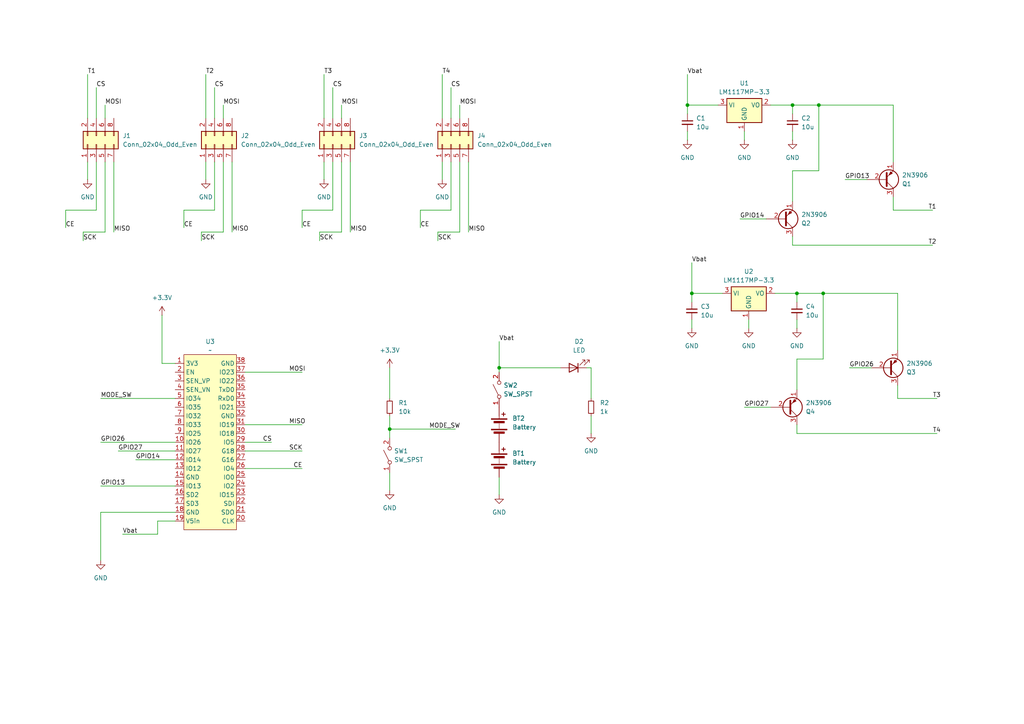
<source format=kicad_sch>
(kicad_sch
	(version 20231120)
	(generator "eeschema")
	(generator_version "8.0")
	(uuid "541fd7ec-59bc-45c2-9aa8-1621dbc80300")
	(paper "A4")
	(title_block
		(title "Ghost_RF")
		(date "2025-02-13")
		(rev "1.0")
		(company "CWIRE")
	)
	(lib_symbols
		(symbol "Connector_Generic:Conn_02x04_Odd_Even"
			(pin_names
				(offset 1.016) hide)
			(exclude_from_sim no)
			(in_bom yes)
			(on_board yes)
			(property "Reference" "J"
				(at 1.27 5.08 0)
				(effects
					(font
						(size 1.27 1.27)
					)
				)
			)
			(property "Value" "Conn_02x04_Odd_Even"
				(at 1.27 -7.62 0)
				(effects
					(font
						(size 1.27 1.27)
					)
				)
			)
			(property "Footprint" ""
				(at 0 0 0)
				(effects
					(font
						(size 1.27 1.27)
					)
					(hide yes)
				)
			)
			(property "Datasheet" "~"
				(at 0 0 0)
				(effects
					(font
						(size 1.27 1.27)
					)
					(hide yes)
				)
			)
			(property "Description" "Generic connector, double row, 02x04, odd/even pin numbering scheme (row 1 odd numbers, row 2 even numbers), script generated (kicad-library-utils/schlib/autogen/connector/)"
				(at 0 0 0)
				(effects
					(font
						(size 1.27 1.27)
					)
					(hide yes)
				)
			)
			(property "ki_keywords" "connector"
				(at 0 0 0)
				(effects
					(font
						(size 1.27 1.27)
					)
					(hide yes)
				)
			)
			(property "ki_fp_filters" "Connector*:*_2x??_*"
				(at 0 0 0)
				(effects
					(font
						(size 1.27 1.27)
					)
					(hide yes)
				)
			)
			(symbol "Conn_02x04_Odd_Even_1_1"
				(rectangle
					(start -1.27 -4.953)
					(end 0 -5.207)
					(stroke
						(width 0.1524)
						(type default)
					)
					(fill
						(type none)
					)
				)
				(rectangle
					(start -1.27 -2.413)
					(end 0 -2.667)
					(stroke
						(width 0.1524)
						(type default)
					)
					(fill
						(type none)
					)
				)
				(rectangle
					(start -1.27 0.127)
					(end 0 -0.127)
					(stroke
						(width 0.1524)
						(type default)
					)
					(fill
						(type none)
					)
				)
				(rectangle
					(start -1.27 2.667)
					(end 0 2.413)
					(stroke
						(width 0.1524)
						(type default)
					)
					(fill
						(type none)
					)
				)
				(rectangle
					(start -1.27 3.81)
					(end 3.81 -6.35)
					(stroke
						(width 0.254)
						(type default)
					)
					(fill
						(type background)
					)
				)
				(rectangle
					(start 3.81 -4.953)
					(end 2.54 -5.207)
					(stroke
						(width 0.1524)
						(type default)
					)
					(fill
						(type none)
					)
				)
				(rectangle
					(start 3.81 -2.413)
					(end 2.54 -2.667)
					(stroke
						(width 0.1524)
						(type default)
					)
					(fill
						(type none)
					)
				)
				(rectangle
					(start 3.81 0.127)
					(end 2.54 -0.127)
					(stroke
						(width 0.1524)
						(type default)
					)
					(fill
						(type none)
					)
				)
				(rectangle
					(start 3.81 2.667)
					(end 2.54 2.413)
					(stroke
						(width 0.1524)
						(type default)
					)
					(fill
						(type none)
					)
				)
				(pin passive line
					(at -5.08 2.54 0)
					(length 3.81)
					(name "Pin_1"
						(effects
							(font
								(size 1.27 1.27)
							)
						)
					)
					(number "1"
						(effects
							(font
								(size 1.27 1.27)
							)
						)
					)
				)
				(pin passive line
					(at 7.62 2.54 180)
					(length 3.81)
					(name "Pin_2"
						(effects
							(font
								(size 1.27 1.27)
							)
						)
					)
					(number "2"
						(effects
							(font
								(size 1.27 1.27)
							)
						)
					)
				)
				(pin passive line
					(at -5.08 0 0)
					(length 3.81)
					(name "Pin_3"
						(effects
							(font
								(size 1.27 1.27)
							)
						)
					)
					(number "3"
						(effects
							(font
								(size 1.27 1.27)
							)
						)
					)
				)
				(pin passive line
					(at 7.62 0 180)
					(length 3.81)
					(name "Pin_4"
						(effects
							(font
								(size 1.27 1.27)
							)
						)
					)
					(number "4"
						(effects
							(font
								(size 1.27 1.27)
							)
						)
					)
				)
				(pin passive line
					(at -5.08 -2.54 0)
					(length 3.81)
					(name "Pin_5"
						(effects
							(font
								(size 1.27 1.27)
							)
						)
					)
					(number "5"
						(effects
							(font
								(size 1.27 1.27)
							)
						)
					)
				)
				(pin passive line
					(at 7.62 -2.54 180)
					(length 3.81)
					(name "Pin_6"
						(effects
							(font
								(size 1.27 1.27)
							)
						)
					)
					(number "6"
						(effects
							(font
								(size 1.27 1.27)
							)
						)
					)
				)
				(pin passive line
					(at -5.08 -5.08 0)
					(length 3.81)
					(name "Pin_7"
						(effects
							(font
								(size 1.27 1.27)
							)
						)
					)
					(number "7"
						(effects
							(font
								(size 1.27 1.27)
							)
						)
					)
				)
				(pin passive line
					(at 7.62 -5.08 180)
					(length 3.81)
					(name "Pin_8"
						(effects
							(font
								(size 1.27 1.27)
							)
						)
					)
					(number "8"
						(effects
							(font
								(size 1.27 1.27)
							)
						)
					)
				)
			)
		)
		(symbol "Device:Battery"
			(pin_numbers hide)
			(pin_names
				(offset 0) hide)
			(exclude_from_sim no)
			(in_bom yes)
			(on_board yes)
			(property "Reference" "BT"
				(at 2.54 2.54 0)
				(effects
					(font
						(size 1.27 1.27)
					)
					(justify left)
				)
			)
			(property "Value" "Battery"
				(at 2.54 0 0)
				(effects
					(font
						(size 1.27 1.27)
					)
					(justify left)
				)
			)
			(property "Footprint" ""
				(at 0 1.524 90)
				(effects
					(font
						(size 1.27 1.27)
					)
					(hide yes)
				)
			)
			(property "Datasheet" "~"
				(at 0 1.524 90)
				(effects
					(font
						(size 1.27 1.27)
					)
					(hide yes)
				)
			)
			(property "Description" "Multiple-cell battery"
				(at 0 0 0)
				(effects
					(font
						(size 1.27 1.27)
					)
					(hide yes)
				)
			)
			(property "ki_keywords" "batt voltage-source cell"
				(at 0 0 0)
				(effects
					(font
						(size 1.27 1.27)
					)
					(hide yes)
				)
			)
			(symbol "Battery_0_1"
				(rectangle
					(start -2.286 -1.27)
					(end 2.286 -1.524)
					(stroke
						(width 0)
						(type default)
					)
					(fill
						(type outline)
					)
				)
				(rectangle
					(start -2.286 1.778)
					(end 2.286 1.524)
					(stroke
						(width 0)
						(type default)
					)
					(fill
						(type outline)
					)
				)
				(rectangle
					(start -1.524 -2.032)
					(end 1.524 -2.54)
					(stroke
						(width 0)
						(type default)
					)
					(fill
						(type outline)
					)
				)
				(rectangle
					(start -1.524 1.016)
					(end 1.524 0.508)
					(stroke
						(width 0)
						(type default)
					)
					(fill
						(type outline)
					)
				)
				(polyline
					(pts
						(xy 0 -1.016) (xy 0 -0.762)
					)
					(stroke
						(width 0)
						(type default)
					)
					(fill
						(type none)
					)
				)
				(polyline
					(pts
						(xy 0 -0.508) (xy 0 -0.254)
					)
					(stroke
						(width 0)
						(type default)
					)
					(fill
						(type none)
					)
				)
				(polyline
					(pts
						(xy 0 0) (xy 0 0.254)
					)
					(stroke
						(width 0)
						(type default)
					)
					(fill
						(type none)
					)
				)
				(polyline
					(pts
						(xy 0 1.778) (xy 0 2.54)
					)
					(stroke
						(width 0)
						(type default)
					)
					(fill
						(type none)
					)
				)
				(polyline
					(pts
						(xy 0.762 3.048) (xy 1.778 3.048)
					)
					(stroke
						(width 0.254)
						(type default)
					)
					(fill
						(type none)
					)
				)
				(polyline
					(pts
						(xy 1.27 3.556) (xy 1.27 2.54)
					)
					(stroke
						(width 0.254)
						(type default)
					)
					(fill
						(type none)
					)
				)
			)
			(symbol "Battery_1_1"
				(pin passive line
					(at 0 5.08 270)
					(length 2.54)
					(name "+"
						(effects
							(font
								(size 1.27 1.27)
							)
						)
					)
					(number "1"
						(effects
							(font
								(size 1.27 1.27)
							)
						)
					)
				)
				(pin passive line
					(at 0 -5.08 90)
					(length 2.54)
					(name "-"
						(effects
							(font
								(size 1.27 1.27)
							)
						)
					)
					(number "2"
						(effects
							(font
								(size 1.27 1.27)
							)
						)
					)
				)
			)
		)
		(symbol "Device:C_Small"
			(pin_numbers hide)
			(pin_names
				(offset 0.254) hide)
			(exclude_from_sim no)
			(in_bom yes)
			(on_board yes)
			(property "Reference" "C"
				(at 0.254 1.778 0)
				(effects
					(font
						(size 1.27 1.27)
					)
					(justify left)
				)
			)
			(property "Value" "C_Small"
				(at 0.254 -2.032 0)
				(effects
					(font
						(size 1.27 1.27)
					)
					(justify left)
				)
			)
			(property "Footprint" ""
				(at 0 0 0)
				(effects
					(font
						(size 1.27 1.27)
					)
					(hide yes)
				)
			)
			(property "Datasheet" "~"
				(at 0 0 0)
				(effects
					(font
						(size 1.27 1.27)
					)
					(hide yes)
				)
			)
			(property "Description" "Unpolarized capacitor, small symbol"
				(at 0 0 0)
				(effects
					(font
						(size 1.27 1.27)
					)
					(hide yes)
				)
			)
			(property "ki_keywords" "capacitor cap"
				(at 0 0 0)
				(effects
					(font
						(size 1.27 1.27)
					)
					(hide yes)
				)
			)
			(property "ki_fp_filters" "C_*"
				(at 0 0 0)
				(effects
					(font
						(size 1.27 1.27)
					)
					(hide yes)
				)
			)
			(symbol "C_Small_0_1"
				(polyline
					(pts
						(xy -1.524 -0.508) (xy 1.524 -0.508)
					)
					(stroke
						(width 0.3302)
						(type default)
					)
					(fill
						(type none)
					)
				)
				(polyline
					(pts
						(xy -1.524 0.508) (xy 1.524 0.508)
					)
					(stroke
						(width 0.3048)
						(type default)
					)
					(fill
						(type none)
					)
				)
			)
			(symbol "C_Small_1_1"
				(pin passive line
					(at 0 2.54 270)
					(length 2.032)
					(name "~"
						(effects
							(font
								(size 1.27 1.27)
							)
						)
					)
					(number "1"
						(effects
							(font
								(size 1.27 1.27)
							)
						)
					)
				)
				(pin passive line
					(at 0 -2.54 90)
					(length 2.032)
					(name "~"
						(effects
							(font
								(size 1.27 1.27)
							)
						)
					)
					(number "2"
						(effects
							(font
								(size 1.27 1.27)
							)
						)
					)
				)
			)
		)
		(symbol "Device:R_Small"
			(pin_numbers hide)
			(pin_names
				(offset 0.254) hide)
			(exclude_from_sim no)
			(in_bom yes)
			(on_board yes)
			(property "Reference" "R"
				(at 0.762 0.508 0)
				(effects
					(font
						(size 1.27 1.27)
					)
					(justify left)
				)
			)
			(property "Value" "R_Small"
				(at 0.762 -1.016 0)
				(effects
					(font
						(size 1.27 1.27)
					)
					(justify left)
				)
			)
			(property "Footprint" ""
				(at 0 0 0)
				(effects
					(font
						(size 1.27 1.27)
					)
					(hide yes)
				)
			)
			(property "Datasheet" "~"
				(at 0 0 0)
				(effects
					(font
						(size 1.27 1.27)
					)
					(hide yes)
				)
			)
			(property "Description" "Resistor, small symbol"
				(at 0 0 0)
				(effects
					(font
						(size 1.27 1.27)
					)
					(hide yes)
				)
			)
			(property "ki_keywords" "R resistor"
				(at 0 0 0)
				(effects
					(font
						(size 1.27 1.27)
					)
					(hide yes)
				)
			)
			(property "ki_fp_filters" "R_*"
				(at 0 0 0)
				(effects
					(font
						(size 1.27 1.27)
					)
					(hide yes)
				)
			)
			(symbol "R_Small_0_1"
				(rectangle
					(start -0.762 1.778)
					(end 0.762 -1.778)
					(stroke
						(width 0.2032)
						(type default)
					)
					(fill
						(type none)
					)
				)
			)
			(symbol "R_Small_1_1"
				(pin passive line
					(at 0 2.54 270)
					(length 0.762)
					(name "~"
						(effects
							(font
								(size 1.27 1.27)
							)
						)
					)
					(number "1"
						(effects
							(font
								(size 1.27 1.27)
							)
						)
					)
				)
				(pin passive line
					(at 0 -2.54 90)
					(length 0.762)
					(name "~"
						(effects
							(font
								(size 1.27 1.27)
							)
						)
					)
					(number "2"
						(effects
							(font
								(size 1.27 1.27)
							)
						)
					)
				)
			)
		)
		(symbol "Regulator_Linear:LM1117MP-3.3"
			(exclude_from_sim no)
			(in_bom yes)
			(on_board yes)
			(property "Reference" "U"
				(at -3.81 3.175 0)
				(effects
					(font
						(size 1.27 1.27)
					)
				)
			)
			(property "Value" "LM1117MP-3.3"
				(at 0 3.175 0)
				(effects
					(font
						(size 1.27 1.27)
					)
					(justify left)
				)
			)
			(property "Footprint" "Package_TO_SOT_SMD:SOT-223-3_TabPin2"
				(at 0 0 0)
				(effects
					(font
						(size 1.27 1.27)
					)
					(hide yes)
				)
			)
			(property "Datasheet" "http://www.ti.com/lit/ds/symlink/lm1117.pdf"
				(at 0 0 0)
				(effects
					(font
						(size 1.27 1.27)
					)
					(hide yes)
				)
			)
			(property "Description" "800mA Low-Dropout Linear Regulator, 3.3V fixed output, SOT-223"
				(at 0 0 0)
				(effects
					(font
						(size 1.27 1.27)
					)
					(hide yes)
				)
			)
			(property "ki_keywords" "linear regulator ldo fixed positive"
				(at 0 0 0)
				(effects
					(font
						(size 1.27 1.27)
					)
					(hide yes)
				)
			)
			(property "ki_fp_filters" "SOT?223*"
				(at 0 0 0)
				(effects
					(font
						(size 1.27 1.27)
					)
					(hide yes)
				)
			)
			(symbol "LM1117MP-3.3_0_1"
				(rectangle
					(start -5.08 -5.08)
					(end 5.08 1.905)
					(stroke
						(width 0.254)
						(type default)
					)
					(fill
						(type background)
					)
				)
			)
			(symbol "LM1117MP-3.3_1_1"
				(pin power_in line
					(at 0 -7.62 90)
					(length 2.54)
					(name "GND"
						(effects
							(font
								(size 1.27 1.27)
							)
						)
					)
					(number "1"
						(effects
							(font
								(size 1.27 1.27)
							)
						)
					)
				)
				(pin power_out line
					(at 7.62 0 180)
					(length 2.54)
					(name "VO"
						(effects
							(font
								(size 1.27 1.27)
							)
						)
					)
					(number "2"
						(effects
							(font
								(size 1.27 1.27)
							)
						)
					)
				)
				(pin power_in line
					(at -7.62 0 0)
					(length 2.54)
					(name "VI"
						(effects
							(font
								(size 1.27 1.27)
							)
						)
					)
					(number "3"
						(effects
							(font
								(size 1.27 1.27)
							)
						)
					)
				)
			)
		)
		(symbol "Switch:SW_SPST"
			(pin_names
				(offset 0) hide)
			(exclude_from_sim no)
			(in_bom yes)
			(on_board yes)
			(property "Reference" "SW"
				(at 0 3.175 0)
				(effects
					(font
						(size 1.27 1.27)
					)
				)
			)
			(property "Value" "SW_SPST"
				(at 0 -2.54 0)
				(effects
					(font
						(size 1.27 1.27)
					)
				)
			)
			(property "Footprint" ""
				(at 0 0 0)
				(effects
					(font
						(size 1.27 1.27)
					)
					(hide yes)
				)
			)
			(property "Datasheet" "~"
				(at 0 0 0)
				(effects
					(font
						(size 1.27 1.27)
					)
					(hide yes)
				)
			)
			(property "Description" "Single Pole Single Throw (SPST) switch"
				(at 0 0 0)
				(effects
					(font
						(size 1.27 1.27)
					)
					(hide yes)
				)
			)
			(property "ki_keywords" "switch lever"
				(at 0 0 0)
				(effects
					(font
						(size 1.27 1.27)
					)
					(hide yes)
				)
			)
			(symbol "SW_SPST_0_0"
				(circle
					(center -2.032 0)
					(radius 0.508)
					(stroke
						(width 0)
						(type default)
					)
					(fill
						(type none)
					)
				)
				(polyline
					(pts
						(xy -1.524 0.254) (xy 1.524 1.778)
					)
					(stroke
						(width 0)
						(type default)
					)
					(fill
						(type none)
					)
				)
				(circle
					(center 2.032 0)
					(radius 0.508)
					(stroke
						(width 0)
						(type default)
					)
					(fill
						(type none)
					)
				)
			)
			(symbol "SW_SPST_1_1"
				(pin passive line
					(at -5.08 0 0)
					(length 2.54)
					(name "A"
						(effects
							(font
								(size 1.27 1.27)
							)
						)
					)
					(number "1"
						(effects
							(font
								(size 1.27 1.27)
							)
						)
					)
				)
				(pin passive line
					(at 5.08 0 180)
					(length 2.54)
					(name "B"
						(effects
							(font
								(size 1.27 1.27)
							)
						)
					)
					(number "2"
						(effects
							(font
								(size 1.27 1.27)
							)
						)
					)
				)
			)
		)
		(symbol "Transistor_BJT:2N3906"
			(pin_names
				(offset 0) hide)
			(exclude_from_sim no)
			(in_bom yes)
			(on_board yes)
			(property "Reference" "Q"
				(at 5.08 1.905 0)
				(effects
					(font
						(size 1.27 1.27)
					)
					(justify left)
				)
			)
			(property "Value" "2N3906"
				(at 5.08 0 0)
				(effects
					(font
						(size 1.27 1.27)
					)
					(justify left)
				)
			)
			(property "Footprint" "Package_TO_SOT_THT:TO-92_Inline"
				(at 5.08 -1.905 0)
				(effects
					(font
						(size 1.27 1.27)
						(italic yes)
					)
					(justify left)
					(hide yes)
				)
			)
			(property "Datasheet" "https://www.onsemi.com/pub/Collateral/2N3906-D.PDF"
				(at 0 0 0)
				(effects
					(font
						(size 1.27 1.27)
					)
					(justify left)
					(hide yes)
				)
			)
			(property "Description" "-0.2A Ic, -40V Vce, Small Signal PNP Transistor, TO-92"
				(at 0 0 0)
				(effects
					(font
						(size 1.27 1.27)
					)
					(hide yes)
				)
			)
			(property "ki_keywords" "PNP Transistor"
				(at 0 0 0)
				(effects
					(font
						(size 1.27 1.27)
					)
					(hide yes)
				)
			)
			(property "ki_fp_filters" "TO?92*"
				(at 0 0 0)
				(effects
					(font
						(size 1.27 1.27)
					)
					(hide yes)
				)
			)
			(symbol "2N3906_0_1"
				(polyline
					(pts
						(xy 0.635 0.635) (xy 2.54 2.54)
					)
					(stroke
						(width 0)
						(type default)
					)
					(fill
						(type none)
					)
				)
				(polyline
					(pts
						(xy 0.635 -0.635) (xy 2.54 -2.54) (xy 2.54 -2.54)
					)
					(stroke
						(width 0)
						(type default)
					)
					(fill
						(type none)
					)
				)
				(polyline
					(pts
						(xy 0.635 1.905) (xy 0.635 -1.905) (xy 0.635 -1.905)
					)
					(stroke
						(width 0.508)
						(type default)
					)
					(fill
						(type none)
					)
				)
				(polyline
					(pts
						(xy 2.286 -1.778) (xy 1.778 -2.286) (xy 1.27 -1.27) (xy 2.286 -1.778) (xy 2.286 -1.778)
					)
					(stroke
						(width 0)
						(type default)
					)
					(fill
						(type outline)
					)
				)
				(circle
					(center 1.27 0)
					(radius 2.8194)
					(stroke
						(width 0.254)
						(type default)
					)
					(fill
						(type none)
					)
				)
			)
			(symbol "2N3906_1_1"
				(pin passive line
					(at 2.54 -5.08 90)
					(length 2.54)
					(name "E"
						(effects
							(font
								(size 1.27 1.27)
							)
						)
					)
					(number "1"
						(effects
							(font
								(size 1.27 1.27)
							)
						)
					)
				)
				(pin input line
					(at -5.08 0 0)
					(length 5.715)
					(name "B"
						(effects
							(font
								(size 1.27 1.27)
							)
						)
					)
					(number "2"
						(effects
							(font
								(size 1.27 1.27)
							)
						)
					)
				)
				(pin passive line
					(at 2.54 5.08 270)
					(length 2.54)
					(name "C"
						(effects
							(font
								(size 1.27 1.27)
							)
						)
					)
					(number "3"
						(effects
							(font
								(size 1.27 1.27)
							)
						)
					)
				)
			)
		)
		(symbol "VIT LIB (1):ESP32-WROVER_VU2UPX"
			(exclude_from_sim no)
			(in_bom yes)
			(on_board yes)
			(property "Reference" "U5"
				(at 1.27 7.62 0)
				(effects
					(font
						(size 1.27 1.27)
					)
				)
			)
			(property "Value" "~"
				(at 7.62 7.62 0)
				(effects
					(font
						(size 1.27 1.27)
					)
				)
			)
			(property "Footprint" "+VU2UPX_FOOTPRINT:ESP32S_AITHINKER_DEV_BRD"
				(at 0 0 0)
				(effects
					(font
						(size 1.27 1.27)
					)
					(hide yes)
				)
			)
			(property "Datasheet" ""
				(at 0 0 0)
				(effects
					(font
						(size 1.27 1.27)
					)
					(hide yes)
				)
			)
			(property "Description" ""
				(at 0 0 0)
				(effects
					(font
						(size 1.27 1.27)
					)
					(hide yes)
				)
			)
			(symbol "ESP32-WROVER_VU2UPX_0_1"
				(rectangle
					(start 0 6.35)
					(end 15.24 -44.45)
					(stroke
						(width 0)
						(type default)
					)
					(fill
						(type background)
					)
				)
			)
			(symbol "ESP32-WROVER_VU2UPX_1_1"
				(pin power_in line
					(at -2.54 3.81 0)
					(length 2.54)
					(name "3V3"
						(effects
							(font
								(size 1.27 1.27)
							)
						)
					)
					(number "1"
						(effects
							(font
								(size 1.27 1.27)
							)
						)
					)
				)
				(pin input line
					(at -2.54 -19.05 0)
					(length 2.54)
					(name "IO26"
						(effects
							(font
								(size 1.27 1.27)
							)
						)
					)
					(number "10"
						(effects
							(font
								(size 1.27 1.27)
							)
						)
					)
				)
				(pin input line
					(at -2.54 -21.59 0)
					(length 2.54)
					(name "IO27"
						(effects
							(font
								(size 1.27 1.27)
							)
						)
					)
					(number "11"
						(effects
							(font
								(size 1.27 1.27)
							)
						)
					)
				)
				(pin input line
					(at -2.54 -24.13 0)
					(length 2.54)
					(name "IO14"
						(effects
							(font
								(size 1.27 1.27)
							)
						)
					)
					(number "12"
						(effects
							(font
								(size 1.27 1.27)
							)
						)
					)
				)
				(pin input line
					(at -2.54 -26.67 0)
					(length 2.54)
					(name "IO12"
						(effects
							(font
								(size 1.27 1.27)
							)
						)
					)
					(number "13"
						(effects
							(font
								(size 1.27 1.27)
							)
						)
					)
				)
				(pin power_out line
					(at -2.54 -29.21 0)
					(length 2.54)
					(name "GND"
						(effects
							(font
								(size 1.27 1.27)
							)
						)
					)
					(number "14"
						(effects
							(font
								(size 1.27 1.27)
							)
						)
					)
				)
				(pin input line
					(at -2.54 -31.75 0)
					(length 2.54)
					(name "IO13"
						(effects
							(font
								(size 1.27 1.27)
							)
						)
					)
					(number "15"
						(effects
							(font
								(size 1.27 1.27)
							)
						)
					)
				)
				(pin input line
					(at -2.54 -34.29 0)
					(length 2.54)
					(name "SD2"
						(effects
							(font
								(size 1.27 1.27)
							)
						)
					)
					(number "16"
						(effects
							(font
								(size 1.27 1.27)
							)
						)
					)
				)
				(pin input line
					(at -2.54 -36.83 0)
					(length 2.54)
					(name "SD3"
						(effects
							(font
								(size 1.27 1.27)
							)
						)
					)
					(number "17"
						(effects
							(font
								(size 1.27 1.27)
							)
						)
					)
				)
				(pin power_out line
					(at -2.54 -39.37 0)
					(length 2.54)
					(name "GND"
						(effects
							(font
								(size 1.27 1.27)
							)
						)
					)
					(number "18"
						(effects
							(font
								(size 1.27 1.27)
							)
						)
					)
				)
				(pin power_out line
					(at -2.54 -41.91 0)
					(length 2.54)
					(name "V5in"
						(effects
							(font
								(size 1.27 1.27)
							)
						)
					)
					(number "19"
						(effects
							(font
								(size 1.27 1.27)
							)
						)
					)
				)
				(pin input line
					(at -2.54 1.27 0)
					(length 2.54)
					(name "EN"
						(effects
							(font
								(size 1.27 1.27)
							)
						)
					)
					(number "2"
						(effects
							(font
								(size 1.27 1.27)
							)
						)
					)
				)
				(pin bidirectional line
					(at 17.78 -41.91 180)
					(length 2.54)
					(name "CLK"
						(effects
							(font
								(size 1.27 1.27)
							)
						)
					)
					(number "20"
						(effects
							(font
								(size 1.27 1.27)
							)
						)
					)
				)
				(pin input line
					(at 17.78 -39.37 180)
					(length 2.54)
					(name "SDO"
						(effects
							(font
								(size 1.27 1.27)
							)
						)
					)
					(number "21"
						(effects
							(font
								(size 1.27 1.27)
							)
						)
					)
				)
				(pin input line
					(at 17.78 -36.83 180)
					(length 2.54)
					(name "SDI"
						(effects
							(font
								(size 1.27 1.27)
							)
						)
					)
					(number "22"
						(effects
							(font
								(size 1.27 1.27)
							)
						)
					)
				)
				(pin input line
					(at 17.78 -34.29 180)
					(length 2.54)
					(name "IO15"
						(effects
							(font
								(size 1.27 1.27)
							)
						)
					)
					(number "23"
						(effects
							(font
								(size 1.27 1.27)
							)
						)
					)
				)
				(pin input line
					(at 17.78 -31.75 180)
					(length 2.54)
					(name "IO2"
						(effects
							(font
								(size 1.27 1.27)
							)
						)
					)
					(number "24"
						(effects
							(font
								(size 1.27 1.27)
							)
						)
					)
				)
				(pin input line
					(at 17.78 -29.21 180)
					(length 2.54)
					(name "IO0"
						(effects
							(font
								(size 1.27 1.27)
							)
						)
					)
					(number "25"
						(effects
							(font
								(size 1.27 1.27)
							)
						)
					)
				)
				(pin input line
					(at 17.78 -26.67 180)
					(length 2.54)
					(name "IO4"
						(effects
							(font
								(size 1.27 1.27)
							)
						)
					)
					(number "26"
						(effects
							(font
								(size 1.27 1.27)
							)
						)
					)
				)
				(pin input line
					(at 17.78 -24.13 180)
					(length 2.54)
					(name "G16"
						(effects
							(font
								(size 1.27 1.27)
							)
						)
					)
					(number "27"
						(effects
							(font
								(size 1.27 1.27)
							)
						)
					)
				)
				(pin input line
					(at 17.78 -21.59 180)
					(length 2.54)
					(name "G18"
						(effects
							(font
								(size 1.27 1.27)
							)
						)
					)
					(number "28"
						(effects
							(font
								(size 1.27 1.27)
							)
						)
					)
				)
				(pin input line
					(at 17.78 -19.05 180)
					(length 2.54)
					(name "IO5"
						(effects
							(font
								(size 1.27 1.27)
							)
						)
					)
					(number "29"
						(effects
							(font
								(size 1.27 1.27)
							)
						)
					)
				)
				(pin input line
					(at -2.54 -1.27 0)
					(length 2.54)
					(name "SEN_VP"
						(effects
							(font
								(size 1.27 1.27)
							)
						)
					)
					(number "3"
						(effects
							(font
								(size 1.27 1.27)
							)
						)
					)
				)
				(pin input line
					(at 17.78 -16.51 180)
					(length 2.54)
					(name "IO18"
						(effects
							(font
								(size 1.27 1.27)
							)
						)
					)
					(number "30"
						(effects
							(font
								(size 1.27 1.27)
							)
						)
					)
				)
				(pin input line
					(at 17.78 -13.97 180)
					(length 2.54)
					(name "IO19"
						(effects
							(font
								(size 1.27 1.27)
							)
						)
					)
					(number "31"
						(effects
							(font
								(size 1.27 1.27)
							)
						)
					)
				)
				(pin input line
					(at 17.78 -11.43 180)
					(length 2.54)
					(name "GND"
						(effects
							(font
								(size 1.27 1.27)
							)
						)
					)
					(number "32"
						(effects
							(font
								(size 1.27 1.27)
							)
						)
					)
				)
				(pin input line
					(at 17.78 -8.89 180)
					(length 2.54)
					(name "IO21"
						(effects
							(font
								(size 1.27 1.27)
							)
						)
					)
					(number "33"
						(effects
							(font
								(size 1.27 1.27)
							)
						)
					)
				)
				(pin input line
					(at 17.78 -6.35 180)
					(length 2.54)
					(name "RxD0"
						(effects
							(font
								(size 1.27 1.27)
							)
						)
					)
					(number "34"
						(effects
							(font
								(size 1.27 1.27)
							)
						)
					)
				)
				(pin input line
					(at 17.78 -3.81 180)
					(length 2.54)
					(name "TxD0"
						(effects
							(font
								(size 1.27 1.27)
							)
						)
					)
					(number "35"
						(effects
							(font
								(size 1.27 1.27)
							)
						)
					)
				)
				(pin input line
					(at 17.78 -1.27 180)
					(length 2.54)
					(name "IO22"
						(effects
							(font
								(size 1.27 1.27)
							)
						)
					)
					(number "36"
						(effects
							(font
								(size 1.27 1.27)
							)
						)
					)
				)
				(pin input line
					(at 17.78 1.27 180)
					(length 2.54)
					(name "IO23"
						(effects
							(font
								(size 1.27 1.27)
							)
						)
					)
					(number "37"
						(effects
							(font
								(size 1.27 1.27)
							)
						)
					)
				)
				(pin power_out line
					(at 17.78 3.81 180)
					(length 2.54)
					(name "GND"
						(effects
							(font
								(size 1.27 1.27)
							)
						)
					)
					(number "38"
						(effects
							(font
								(size 1.27 1.27)
							)
						)
					)
				)
				(pin input line
					(at -2.54 -3.81 0)
					(length 2.54)
					(name "SEN_VN"
						(effects
							(font
								(size 1.27 1.27)
							)
						)
					)
					(number "4"
						(effects
							(font
								(size 1.27 1.27)
							)
						)
					)
				)
				(pin input line
					(at -2.54 -6.35 0)
					(length 2.54)
					(name "IO34"
						(effects
							(font
								(size 1.27 1.27)
							)
						)
					)
					(number "5"
						(effects
							(font
								(size 1.27 1.27)
							)
						)
					)
				)
				(pin input line
					(at -2.54 -8.89 0)
					(length 2.54)
					(name "IO35"
						(effects
							(font
								(size 1.27 1.27)
							)
						)
					)
					(number "6"
						(effects
							(font
								(size 1.27 1.27)
							)
						)
					)
				)
				(pin input line
					(at -2.54 -11.43 0)
					(length 2.54)
					(name "IO32"
						(effects
							(font
								(size 1.27 1.27)
							)
						)
					)
					(number "7"
						(effects
							(font
								(size 1.27 1.27)
							)
						)
					)
				)
				(pin input line
					(at -2.54 -13.97 0)
					(length 2.54)
					(name "IO33"
						(effects
							(font
								(size 1.27 1.27)
							)
						)
					)
					(number "8"
						(effects
							(font
								(size 1.27 1.27)
							)
						)
					)
				)
				(pin input line
					(at -2.54 -16.51 0)
					(length 2.54)
					(name "IO25"
						(effects
							(font
								(size 1.27 1.27)
							)
						)
					)
					(number "9"
						(effects
							(font
								(size 1.27 1.27)
							)
						)
					)
				)
			)
		)
		(symbol "VIT LIB (1):LED"
			(pin_numbers hide)
			(pin_names
				(offset 1.016) hide)
			(exclude_from_sim no)
			(in_bom yes)
			(on_board yes)
			(property "Reference" "D4"
				(at 2.286 2.54 90)
				(effects
					(font
						(size 1.27 1.27)
					)
					(justify right)
				)
			)
			(property "Value" "LED"
				(at 1.778 -2.54 0)
				(effects
					(font
						(size 1.27 1.27)
					)
					(justify right)
				)
			)
			(property "Footprint" "+VU2UPX_FOOTPRINT:LED_D3.0mm"
				(at 0 0 0)
				(effects
					(font
						(size 1.27 1.27)
					)
					(hide yes)
				)
			)
			(property "Datasheet" "~"
				(at 0 0 0)
				(effects
					(font
						(size 1.27 1.27)
					)
					(hide yes)
				)
			)
			(property "Description" ""
				(at 0 0 0)
				(effects
					(font
						(size 1.27 1.27)
					)
					(hide yes)
				)
			)
			(property "ki_keywords" "LED diode"
				(at 0 0 0)
				(effects
					(font
						(size 1.27 1.27)
					)
					(hide yes)
				)
			)
			(property "ki_fp_filters" "LED* LED_SMD:* LED_THT:*"
				(at 0 0 0)
				(effects
					(font
						(size 1.27 1.27)
					)
					(hide yes)
				)
			)
			(symbol "LED_0_1"
				(polyline
					(pts
						(xy -1.27 -1.27) (xy -1.27 1.27)
					)
					(stroke
						(width 0.254)
						(type default)
					)
					(fill
						(type none)
					)
				)
				(polyline
					(pts
						(xy -1.27 0) (xy 1.27 0)
					)
					(stroke
						(width 0)
						(type default)
					)
					(fill
						(type none)
					)
				)
				(polyline
					(pts
						(xy 1.27 -1.27) (xy 1.27 1.27) (xy -1.27 0) (xy 1.27 -1.27)
					)
					(stroke
						(width 0.254)
						(type default)
					)
					(fill
						(type none)
					)
				)
				(polyline
					(pts
						(xy -3.048 -0.762) (xy -4.572 -2.286) (xy -3.81 -2.286) (xy -4.572 -2.286) (xy -4.572 -1.524)
					)
					(stroke
						(width 0)
						(type default)
					)
					(fill
						(type none)
					)
				)
				(polyline
					(pts
						(xy -1.778 -0.762) (xy -3.302 -2.286) (xy -2.54 -2.286) (xy -3.302 -2.286) (xy -3.302 -1.524)
					)
					(stroke
						(width 0)
						(type default)
					)
					(fill
						(type none)
					)
				)
			)
			(symbol "LED_1_1"
				(pin passive line
					(at -3.81 0 0)
					(length 2.54)
					(name "K"
						(effects
							(font
								(size 1.27 1.27)
							)
						)
					)
					(number "1"
						(effects
							(font
								(size 1.27 1.27)
							)
						)
					)
				)
				(pin passive line
					(at 3.81 0 180)
					(length 2.54)
					(name "A"
						(effects
							(font
								(size 1.27 1.27)
							)
						)
					)
					(number "2"
						(effects
							(font
								(size 1.27 1.27)
							)
						)
					)
				)
			)
		)
		(symbol "power:+3.3V"
			(power)
			(pin_numbers hide)
			(pin_names
				(offset 0) hide)
			(exclude_from_sim no)
			(in_bom yes)
			(on_board yes)
			(property "Reference" "#PWR"
				(at 0 -3.81 0)
				(effects
					(font
						(size 1.27 1.27)
					)
					(hide yes)
				)
			)
			(property "Value" "+3.3V"
				(at 0 3.556 0)
				(effects
					(font
						(size 1.27 1.27)
					)
				)
			)
			(property "Footprint" ""
				(at 0 0 0)
				(effects
					(font
						(size 1.27 1.27)
					)
					(hide yes)
				)
			)
			(property "Datasheet" ""
				(at 0 0 0)
				(effects
					(font
						(size 1.27 1.27)
					)
					(hide yes)
				)
			)
			(property "Description" "Power symbol creates a global label with name \"+3.3V\""
				(at 0 0 0)
				(effects
					(font
						(size 1.27 1.27)
					)
					(hide yes)
				)
			)
			(property "ki_keywords" "global power"
				(at 0 0 0)
				(effects
					(font
						(size 1.27 1.27)
					)
					(hide yes)
				)
			)
			(symbol "+3.3V_0_1"
				(polyline
					(pts
						(xy -0.762 1.27) (xy 0 2.54)
					)
					(stroke
						(width 0)
						(type default)
					)
					(fill
						(type none)
					)
				)
				(polyline
					(pts
						(xy 0 0) (xy 0 2.54)
					)
					(stroke
						(width 0)
						(type default)
					)
					(fill
						(type none)
					)
				)
				(polyline
					(pts
						(xy 0 2.54) (xy 0.762 1.27)
					)
					(stroke
						(width 0)
						(type default)
					)
					(fill
						(type none)
					)
				)
			)
			(symbol "+3.3V_1_1"
				(pin power_in line
					(at 0 0 90)
					(length 0)
					(name "~"
						(effects
							(font
								(size 1.27 1.27)
							)
						)
					)
					(number "1"
						(effects
							(font
								(size 1.27 1.27)
							)
						)
					)
				)
			)
		)
		(symbol "power:GND"
			(power)
			(pin_numbers hide)
			(pin_names
				(offset 0) hide)
			(exclude_from_sim no)
			(in_bom yes)
			(on_board yes)
			(property "Reference" "#PWR"
				(at 0 -6.35 0)
				(effects
					(font
						(size 1.27 1.27)
					)
					(hide yes)
				)
			)
			(property "Value" "GND"
				(at 0 -3.81 0)
				(effects
					(font
						(size 1.27 1.27)
					)
				)
			)
			(property "Footprint" ""
				(at 0 0 0)
				(effects
					(font
						(size 1.27 1.27)
					)
					(hide yes)
				)
			)
			(property "Datasheet" ""
				(at 0 0 0)
				(effects
					(font
						(size 1.27 1.27)
					)
					(hide yes)
				)
			)
			(property "Description" "Power symbol creates a global label with name \"GND\" , ground"
				(at 0 0 0)
				(effects
					(font
						(size 1.27 1.27)
					)
					(hide yes)
				)
			)
			(property "ki_keywords" "global power"
				(at 0 0 0)
				(effects
					(font
						(size 1.27 1.27)
					)
					(hide yes)
				)
			)
			(symbol "GND_0_1"
				(polyline
					(pts
						(xy 0 0) (xy 0 -1.27) (xy 1.27 -1.27) (xy 0 -2.54) (xy -1.27 -1.27) (xy 0 -1.27)
					)
					(stroke
						(width 0)
						(type default)
					)
					(fill
						(type none)
					)
				)
			)
			(symbol "GND_1_1"
				(pin power_in line
					(at 0 0 270)
					(length 0)
					(name "~"
						(effects
							(font
								(size 1.27 1.27)
							)
						)
					)
					(number "1"
						(effects
							(font
								(size 1.27 1.27)
							)
						)
					)
				)
			)
		)
	)
	(junction
		(at 113.03 124.46)
		(diameter 0)
		(color 0 0 0 0)
		(uuid "0b4a5d95-29a4-487f-8232-fd4199cda6cd")
	)
	(junction
		(at 199.39 30.48)
		(diameter 0)
		(color 0 0 0 0)
		(uuid "14cb6cc1-dd29-42f2-bb21-d99271c632a7")
	)
	(junction
		(at 229.87 30.48)
		(diameter 0)
		(color 0 0 0 0)
		(uuid "66d3d86d-3cce-4182-8c11-365410f3c7bd")
	)
	(junction
		(at 237.49 30.48)
		(diameter 0)
		(color 0 0 0 0)
		(uuid "9b3340d0-39ec-4ffa-9d47-5abc481e7f8d")
	)
	(junction
		(at 144.78 106.68)
		(diameter 0)
		(color 0 0 0 0)
		(uuid "d4e42426-0c37-4515-802b-af6b94a17b40")
	)
	(junction
		(at 200.66 85.09)
		(diameter 0)
		(color 0 0 0 0)
		(uuid "dd45f371-dc88-4e1e-b5e5-3a4099b0868d")
	)
	(junction
		(at 238.76 85.09)
		(diameter 0)
		(color 0 0 0 0)
		(uuid "eac693d8-6057-4f6d-aceb-d5983278203b")
	)
	(junction
		(at 231.14 85.09)
		(diameter 0)
		(color 0 0 0 0)
		(uuid "f2ad5685-7be4-4071-bc38-b9b34f169f95")
	)
	(wire
		(pts
			(xy 34.29 130.81) (xy 50.8 130.81)
		)
		(stroke
			(width 0)
			(type default)
		)
		(uuid "000c43ff-4cbd-436a-a4fb-640245eb351a")
	)
	(wire
		(pts
			(xy 25.4 21.59) (xy 25.4 34.29)
		)
		(stroke
			(width 0)
			(type default)
		)
		(uuid "0428b657-db54-4bfd-a2fe-71501674dd31")
	)
	(wire
		(pts
			(xy 93.98 21.59) (xy 93.98 34.29)
		)
		(stroke
			(width 0)
			(type default)
		)
		(uuid "0494a559-ee2f-419d-9193-b4432f8f7da1")
	)
	(wire
		(pts
			(xy 259.08 57.15) (xy 259.08 60.96)
		)
		(stroke
			(width 0)
			(type default)
		)
		(uuid "050fe527-2dd1-4bac-bd1f-dd59a6faf565")
	)
	(wire
		(pts
			(xy 96.52 25.4) (xy 96.52 34.29)
		)
		(stroke
			(width 0)
			(type default)
		)
		(uuid "0599b277-79be-4fef-9cd9-f73a231aab92")
	)
	(wire
		(pts
			(xy 259.08 60.96) (xy 270.51 60.96)
		)
		(stroke
			(width 0)
			(type default)
		)
		(uuid "05f151c7-30c3-4582-8b12-68d59dad63db")
	)
	(wire
		(pts
			(xy 113.03 106.68) (xy 113.03 115.57)
		)
		(stroke
			(width 0)
			(type default)
		)
		(uuid "07478126-e255-4b50-82a9-7e4985c6b0cb")
	)
	(wire
		(pts
			(xy 260.35 115.57) (xy 271.78 115.57)
		)
		(stroke
			(width 0)
			(type default)
		)
		(uuid "0abccf6a-0df4-4ba6-8fcf-c283d57b2cb8")
	)
	(wire
		(pts
			(xy 99.06 30.48) (xy 99.06 34.29)
		)
		(stroke
			(width 0)
			(type default)
		)
		(uuid "0b286bc3-a950-4bf6-9af3-42202af4116e")
	)
	(wire
		(pts
			(xy 231.14 85.09) (xy 231.14 87.63)
		)
		(stroke
			(width 0)
			(type default)
		)
		(uuid "0ec943b0-e823-4bf2-aa4f-3ef623aa97dc")
	)
	(wire
		(pts
			(xy 128.27 21.59) (xy 128.27 34.29)
		)
		(stroke
			(width 0)
			(type default)
		)
		(uuid "0fa86694-3197-47c8-b4fa-75d7ba8becc1")
	)
	(wire
		(pts
			(xy 238.76 85.09) (xy 231.14 85.09)
		)
		(stroke
			(width 0)
			(type default)
		)
		(uuid "113a198d-0aaf-49ea-8ba7-8b6a4fd53d31")
	)
	(wire
		(pts
			(xy 144.78 99.06) (xy 144.78 106.68)
		)
		(stroke
			(width 0)
			(type default)
		)
		(uuid "12f36ff6-7deb-4050-874b-233f6c9aa252")
	)
	(wire
		(pts
			(xy 59.69 46.99) (xy 59.69 52.07)
		)
		(stroke
			(width 0)
			(type default)
		)
		(uuid "13e18b86-a858-4e31-a878-832bc38df11a")
	)
	(wire
		(pts
			(xy 171.45 106.68) (xy 170.18 106.68)
		)
		(stroke
			(width 0)
			(type default)
		)
		(uuid "1569aff4-5b42-4949-85d0-978229d9cf8e")
	)
	(wire
		(pts
			(xy 30.48 67.31) (xy 30.48 46.99)
		)
		(stroke
			(width 0)
			(type default)
		)
		(uuid "15991854-4712-4d07-a23c-e43938a67b05")
	)
	(wire
		(pts
			(xy 92.71 67.31) (xy 92.71 69.85)
		)
		(stroke
			(width 0)
			(type default)
		)
		(uuid "15bd60d8-57f9-4d71-b640-edb3c66e0ddc")
	)
	(wire
		(pts
			(xy 144.78 138.43) (xy 144.78 143.51)
		)
		(stroke
			(width 0)
			(type default)
		)
		(uuid "16e551ea-51f6-4c22-b884-8580166f2b89")
	)
	(wire
		(pts
			(xy 130.81 25.4) (xy 130.81 34.29)
		)
		(stroke
			(width 0)
			(type default)
		)
		(uuid "1f80b6de-f999-4397-87d8-187680df9dc0")
	)
	(wire
		(pts
			(xy 128.27 46.99) (xy 128.27 52.07)
		)
		(stroke
			(width 0)
			(type default)
		)
		(uuid "1f91bf07-73d0-4a89-9c71-41e0071aa69b")
	)
	(wire
		(pts
			(xy 229.87 58.42) (xy 229.87 49.53)
		)
		(stroke
			(width 0)
			(type default)
		)
		(uuid "20615147-20e1-46f3-8859-1c2d7bf365e4")
	)
	(wire
		(pts
			(xy 199.39 21.59) (xy 199.39 30.48)
		)
		(stroke
			(width 0)
			(type default)
		)
		(uuid "232ecefc-f0ae-4526-83c4-cb2c7a45a66a")
	)
	(wire
		(pts
			(xy 260.35 111.76) (xy 260.35 115.57)
		)
		(stroke
			(width 0)
			(type default)
		)
		(uuid "2ba13f5f-5b4f-4b22-8274-be03c3684f4c")
	)
	(wire
		(pts
			(xy 53.34 60.96) (xy 53.34 66.04)
		)
		(stroke
			(width 0)
			(type default)
		)
		(uuid "2d4fef85-2be7-4b85-b23e-db64b126e83f")
	)
	(wire
		(pts
			(xy 200.66 76.2) (xy 200.66 85.09)
		)
		(stroke
			(width 0)
			(type default)
		)
		(uuid "2e2e8375-db66-4189-9b05-f1b1b58330b4")
	)
	(wire
		(pts
			(xy 130.81 60.96) (xy 130.81 46.99)
		)
		(stroke
			(width 0)
			(type default)
		)
		(uuid "340ac9fc-c384-4edb-918c-eb9fdf54cc82")
	)
	(wire
		(pts
			(xy 19.05 60.96) (xy 27.94 60.96)
		)
		(stroke
			(width 0)
			(type default)
		)
		(uuid "378b112d-9608-45d9-80f4-098497d51483")
	)
	(wire
		(pts
			(xy 133.35 67.31) (xy 133.35 46.99)
		)
		(stroke
			(width 0)
			(type default)
		)
		(uuid "38ed0203-825d-4d14-ad8b-ce409aee150d")
	)
	(wire
		(pts
			(xy 99.06 67.31) (xy 99.06 46.99)
		)
		(stroke
			(width 0)
			(type default)
		)
		(uuid "3b617581-5fb9-4df9-b1c7-e06a153aaae1")
	)
	(wire
		(pts
			(xy 58.42 67.31) (xy 58.42 69.85)
		)
		(stroke
			(width 0)
			(type default)
		)
		(uuid "448b0042-ee6c-447f-a9b5-def41a59db7c")
	)
	(wire
		(pts
			(xy 121.92 60.96) (xy 121.92 66.04)
		)
		(stroke
			(width 0)
			(type default)
		)
		(uuid "4913559a-c310-416e-9862-bd6c520b5dc8")
	)
	(wire
		(pts
			(xy 246.38 106.68) (xy 252.73 106.68)
		)
		(stroke
			(width 0)
			(type default)
		)
		(uuid "4f5fb540-a247-44e1-9fd9-2ab6e9ead09e")
	)
	(wire
		(pts
			(xy 259.08 46.99) (xy 259.08 30.48)
		)
		(stroke
			(width 0)
			(type default)
		)
		(uuid "534b51e2-9219-400b-9ec2-555132385544")
	)
	(wire
		(pts
			(xy 200.66 92.71) (xy 200.66 95.25)
		)
		(stroke
			(width 0)
			(type default)
		)
		(uuid "53b9b128-fea4-4fe4-908c-bbd914febbfb")
	)
	(wire
		(pts
			(xy 237.49 30.48) (xy 229.87 30.48)
		)
		(stroke
			(width 0)
			(type default)
		)
		(uuid "576a3f04-de4c-4639-998e-e5f178134d44")
	)
	(wire
		(pts
			(xy 87.63 60.96) (xy 87.63 66.04)
		)
		(stroke
			(width 0)
			(type default)
		)
		(uuid "5e14af45-1dca-43ab-8ada-8398d962d92f")
	)
	(wire
		(pts
			(xy 113.03 137.16) (xy 113.03 142.24)
		)
		(stroke
			(width 0)
			(type default)
		)
		(uuid "5f92ebdd-bc3c-438a-a6ef-8c33c6f809e9")
	)
	(wire
		(pts
			(xy 121.92 60.96) (xy 130.81 60.96)
		)
		(stroke
			(width 0)
			(type default)
		)
		(uuid "60ceef10-c1fc-448c-9a2e-85a0cc3c73ed")
	)
	(wire
		(pts
			(xy 200.66 87.63) (xy 200.66 85.09)
		)
		(stroke
			(width 0)
			(type default)
		)
		(uuid "60e362c5-b5a5-4178-a9ca-f241eaa6ace6")
	)
	(wire
		(pts
			(xy 45.72 151.13) (xy 50.8 151.13)
		)
		(stroke
			(width 0)
			(type default)
		)
		(uuid "647c2ad4-8f15-4cff-b795-d4182fc2b26a")
	)
	(wire
		(pts
			(xy 53.34 60.96) (xy 62.23 60.96)
		)
		(stroke
			(width 0)
			(type default)
		)
		(uuid "6495b9b9-1563-4af9-9ac2-1a46061755da")
	)
	(wire
		(pts
			(xy 215.9 118.11) (xy 223.52 118.11)
		)
		(stroke
			(width 0)
			(type default)
		)
		(uuid "65bcf221-5a4c-4d46-8fbd-431693e350df")
	)
	(wire
		(pts
			(xy 238.76 104.14) (xy 238.76 85.09)
		)
		(stroke
			(width 0)
			(type default)
		)
		(uuid "661770f2-261f-4bd8-9c97-4eb1310d53d4")
	)
	(wire
		(pts
			(xy 135.89 46.99) (xy 135.89 67.31)
		)
		(stroke
			(width 0)
			(type default)
		)
		(uuid "687f0dea-fca3-435f-b720-7e305847aad7")
	)
	(wire
		(pts
			(xy 46.99 91.44) (xy 46.99 105.41)
		)
		(stroke
			(width 0)
			(type default)
		)
		(uuid "6914e1b7-0798-48bf-b0d6-55743084b5a7")
	)
	(wire
		(pts
			(xy 237.49 49.53) (xy 237.49 30.48)
		)
		(stroke
			(width 0)
			(type default)
		)
		(uuid "6be3b62a-3897-4de1-bbdb-f2f5c6a0c229")
	)
	(wire
		(pts
			(xy 199.39 30.48) (xy 208.28 30.48)
		)
		(stroke
			(width 0)
			(type default)
		)
		(uuid "6c4632f4-db30-49c0-b4b0-99d1abaebb41")
	)
	(wire
		(pts
			(xy 171.45 120.65) (xy 171.45 125.73)
		)
		(stroke
			(width 0)
			(type default)
		)
		(uuid "6cb9b790-3f8b-4de5-9b6f-298b6cdaecb2")
	)
	(wire
		(pts
			(xy 35.56 154.94) (xy 45.72 154.94)
		)
		(stroke
			(width 0)
			(type default)
		)
		(uuid "7086ff5a-2705-49fd-a977-6120914a449b")
	)
	(wire
		(pts
			(xy 64.77 67.31) (xy 64.77 46.99)
		)
		(stroke
			(width 0)
			(type default)
		)
		(uuid "714b851f-00d5-4e34-abc0-c90d14499488")
	)
	(wire
		(pts
			(xy 260.35 101.6) (xy 260.35 85.09)
		)
		(stroke
			(width 0)
			(type default)
		)
		(uuid "74a84bbb-4548-4202-8895-0cd5e79bc4f3")
	)
	(wire
		(pts
			(xy 231.14 92.71) (xy 231.14 95.25)
		)
		(stroke
			(width 0)
			(type default)
		)
		(uuid "76223613-0c23-4ec9-a3ea-30f0e2e8c249")
	)
	(wire
		(pts
			(xy 62.23 25.4) (xy 62.23 34.29)
		)
		(stroke
			(width 0)
			(type default)
		)
		(uuid "79e16c87-b506-49b6-9a84-93f517dd6ded")
	)
	(wire
		(pts
			(xy 19.05 60.96) (xy 19.05 66.04)
		)
		(stroke
			(width 0)
			(type default)
		)
		(uuid "7a36f901-5e56-4324-ab2a-e07e47806b83")
	)
	(wire
		(pts
			(xy 29.21 148.59) (xy 29.21 162.56)
		)
		(stroke
			(width 0)
			(type default)
		)
		(uuid "7adc525e-55cb-4552-af2b-6163611520c1")
	)
	(wire
		(pts
			(xy 71.12 130.81) (xy 87.63 130.81)
		)
		(stroke
			(width 0)
			(type default)
		)
		(uuid "7b2be8e7-e67e-49b5-8872-5107fc3a7733")
	)
	(wire
		(pts
			(xy 133.35 30.48) (xy 133.35 34.29)
		)
		(stroke
			(width 0)
			(type default)
		)
		(uuid "7dcff8b0-05db-4e06-8328-978763debb70")
	)
	(wire
		(pts
			(xy 39.37 133.35) (xy 50.8 133.35)
		)
		(stroke
			(width 0)
			(type default)
		)
		(uuid "7e1fb059-b93d-4b0a-95dd-4a1498ee31cf")
	)
	(wire
		(pts
			(xy 29.21 140.97) (xy 50.8 140.97)
		)
		(stroke
			(width 0)
			(type default)
		)
		(uuid "81f099fd-0ee1-4edb-8b2c-b1ada3d44694")
	)
	(wire
		(pts
			(xy 144.78 106.68) (xy 144.78 107.95)
		)
		(stroke
			(width 0)
			(type default)
		)
		(uuid "854a6c23-7b83-4330-9725-571850233bbd")
	)
	(wire
		(pts
			(xy 127 67.31) (xy 133.35 67.31)
		)
		(stroke
			(width 0)
			(type default)
		)
		(uuid "8736913e-1092-4637-aedd-11267ce3f224")
	)
	(wire
		(pts
			(xy 127 67.31) (xy 127 69.85)
		)
		(stroke
			(width 0)
			(type default)
		)
		(uuid "89d23982-c06a-4125-add8-e060c65fcd09")
	)
	(wire
		(pts
			(xy 171.45 115.57) (xy 171.45 106.68)
		)
		(stroke
			(width 0)
			(type default)
		)
		(uuid "8ca959ad-739a-48e9-82e8-7c02c3265194")
	)
	(wire
		(pts
			(xy 67.31 46.99) (xy 67.31 67.31)
		)
		(stroke
			(width 0)
			(type default)
		)
		(uuid "90cc7ab2-5d23-4b5a-a053-96ffdd4cecad")
	)
	(wire
		(pts
			(xy 229.87 30.48) (xy 229.87 33.02)
		)
		(stroke
			(width 0)
			(type default)
		)
		(uuid "910ee378-5ec8-438a-ac0e-e33324a0dac4")
	)
	(wire
		(pts
			(xy 24.13 67.31) (xy 24.13 69.85)
		)
		(stroke
			(width 0)
			(type default)
		)
		(uuid "914cf3bb-b850-4a2f-8eaf-c5604e798a24")
	)
	(wire
		(pts
			(xy 64.77 30.48) (xy 64.77 34.29)
		)
		(stroke
			(width 0)
			(type default)
		)
		(uuid "944bf703-4645-486b-94bb-3762ee8b1068")
	)
	(wire
		(pts
			(xy 113.03 124.46) (xy 113.03 127)
		)
		(stroke
			(width 0)
			(type default)
		)
		(uuid "95f1cf74-a3b1-4b78-9e46-4c0591f82a80")
	)
	(wire
		(pts
			(xy 113.03 120.65) (xy 113.03 124.46)
		)
		(stroke
			(width 0)
			(type default)
		)
		(uuid "96d17465-65e9-4826-b0b2-1ac124094ec7")
	)
	(wire
		(pts
			(xy 45.72 154.94) (xy 45.72 151.13)
		)
		(stroke
			(width 0)
			(type default)
		)
		(uuid "a2ad5ec7-a9e3-4aee-8d1d-b1cfddd3f5a2")
	)
	(wire
		(pts
			(xy 223.52 30.48) (xy 229.87 30.48)
		)
		(stroke
			(width 0)
			(type default)
		)
		(uuid "aa1fa7d0-6b9d-4066-b86a-4d9216488d0f")
	)
	(wire
		(pts
			(xy 200.66 85.09) (xy 209.55 85.09)
		)
		(stroke
			(width 0)
			(type default)
		)
		(uuid "aa817f7a-768c-4d21-a245-1b4a8193d0f4")
	)
	(wire
		(pts
			(xy 245.11 52.07) (xy 251.46 52.07)
		)
		(stroke
			(width 0)
			(type default)
		)
		(uuid "ac5ee7a1-2e3c-4da7-871c-0b45baa89ece")
	)
	(wire
		(pts
			(xy 96.52 60.96) (xy 96.52 46.99)
		)
		(stroke
			(width 0)
			(type default)
		)
		(uuid "af5d9071-4341-4563-9d0a-b8da5fd2a438")
	)
	(wire
		(pts
			(xy 25.4 46.99) (xy 25.4 52.07)
		)
		(stroke
			(width 0)
			(type default)
		)
		(uuid "b10ad21a-97ae-443e-b2b7-7803989d754e")
	)
	(wire
		(pts
			(xy 71.12 123.19) (xy 87.63 123.19)
		)
		(stroke
			(width 0)
			(type default)
		)
		(uuid "b40bc751-a4a3-437e-9547-ad13e8aa3e6e")
	)
	(wire
		(pts
			(xy 93.98 46.99) (xy 93.98 52.07)
		)
		(stroke
			(width 0)
			(type default)
		)
		(uuid "b488b107-7cc6-46cc-a37d-0a752962ed99")
	)
	(wire
		(pts
			(xy 24.13 67.31) (xy 30.48 67.31)
		)
		(stroke
			(width 0)
			(type default)
		)
		(uuid "b9a5039e-7a29-4326-8f7e-5030c6ebd2c8")
	)
	(wire
		(pts
			(xy 229.87 49.53) (xy 237.49 49.53)
		)
		(stroke
			(width 0)
			(type default)
		)
		(uuid "ba6a4f6a-6582-4185-8601-9d3aeec8a172")
	)
	(wire
		(pts
			(xy 92.71 67.31) (xy 99.06 67.31)
		)
		(stroke
			(width 0)
			(type default)
		)
		(uuid "babc5bbe-92dd-4f62-a51a-9cf1f5f1a7d6")
	)
	(wire
		(pts
			(xy 101.6 46.99) (xy 101.6 67.31)
		)
		(stroke
			(width 0)
			(type default)
		)
		(uuid "bcaf7c1a-e90a-4792-bf1a-67bb8abb81a9")
	)
	(wire
		(pts
			(xy 224.79 85.09) (xy 231.14 85.09)
		)
		(stroke
			(width 0)
			(type default)
		)
		(uuid "bd2f2c6e-2fd4-4493-85f2-140b37499b90")
	)
	(wire
		(pts
			(xy 231.14 104.14) (xy 238.76 104.14)
		)
		(stroke
			(width 0)
			(type default)
		)
		(uuid "bf074bbc-f142-4411-9871-e298deafda17")
	)
	(wire
		(pts
			(xy 50.8 105.41) (xy 46.99 105.41)
		)
		(stroke
			(width 0)
			(type default)
		)
		(uuid "bfd4370f-9f33-46be-9e62-11028993fc20")
	)
	(wire
		(pts
			(xy 199.39 33.02) (xy 199.39 30.48)
		)
		(stroke
			(width 0)
			(type default)
		)
		(uuid "c337509e-920e-458c-a3c9-c2bd9c0ff92b")
	)
	(wire
		(pts
			(xy 231.14 123.19) (xy 231.14 125.73)
		)
		(stroke
			(width 0)
			(type default)
		)
		(uuid "c4988a37-04a2-4f67-a81e-328c6799f078")
	)
	(wire
		(pts
			(xy 113.03 124.46) (xy 132.08 124.46)
		)
		(stroke
			(width 0)
			(type default)
		)
		(uuid "c4b66e67-723d-43da-b19d-91fc2cf24f70")
	)
	(wire
		(pts
			(xy 33.02 46.99) (xy 33.02 67.31)
		)
		(stroke
			(width 0)
			(type default)
		)
		(uuid "c5889da8-526b-4521-a38c-28ae29286ac4")
	)
	(wire
		(pts
			(xy 30.48 30.48) (xy 30.48 34.29)
		)
		(stroke
			(width 0)
			(type default)
		)
		(uuid "cf7b4b3d-d7ba-4fab-bde9-995faa40de21")
	)
	(wire
		(pts
			(xy 199.39 38.1) (xy 199.39 40.64)
		)
		(stroke
			(width 0)
			(type default)
		)
		(uuid "d097e746-5d16-4121-8e47-b1d0d5f94fde")
	)
	(wire
		(pts
			(xy 71.12 128.27) (xy 78.74 128.27)
		)
		(stroke
			(width 0)
			(type default)
		)
		(uuid "d198f9d6-0f91-44ed-962b-3c593ffece60")
	)
	(wire
		(pts
			(xy 238.76 85.09) (xy 260.35 85.09)
		)
		(stroke
			(width 0)
			(type default)
		)
		(uuid "d3befd04-80ee-4d67-b0d1-14949aeb0e89")
	)
	(wire
		(pts
			(xy 229.87 38.1) (xy 229.87 40.64)
		)
		(stroke
			(width 0)
			(type default)
		)
		(uuid "d4b724db-0a98-4ca2-affe-3685e4319ee1")
	)
	(wire
		(pts
			(xy 215.9 38.1) (xy 215.9 40.64)
		)
		(stroke
			(width 0)
			(type default)
		)
		(uuid "d5d27954-7671-41e0-b0e0-f460e1db254e")
	)
	(wire
		(pts
			(xy 237.49 30.48) (xy 259.08 30.48)
		)
		(stroke
			(width 0)
			(type default)
		)
		(uuid "d6558c28-f9fb-4715-a93d-93c65ab14323")
	)
	(wire
		(pts
			(xy 29.21 128.27) (xy 50.8 128.27)
		)
		(stroke
			(width 0)
			(type default)
		)
		(uuid "de697056-005f-4197-91a6-fe86cca0656d")
	)
	(wire
		(pts
			(xy 214.63 63.5) (xy 222.25 63.5)
		)
		(stroke
			(width 0)
			(type default)
		)
		(uuid "e193f02d-8052-4400-8e9c-c458382655ee")
	)
	(wire
		(pts
			(xy 71.12 135.89) (xy 87.63 135.89)
		)
		(stroke
			(width 0)
			(type default)
		)
		(uuid "e5c4aa89-8565-4a02-adb4-ad2eecd874ee")
	)
	(wire
		(pts
			(xy 29.21 115.57) (xy 50.8 115.57)
		)
		(stroke
			(width 0)
			(type default)
		)
		(uuid "e652eaba-2c17-420b-a780-eab7f1e1e295")
	)
	(wire
		(pts
			(xy 217.17 92.71) (xy 217.17 95.25)
		)
		(stroke
			(width 0)
			(type default)
		)
		(uuid "e67fb462-3d35-40da-a5b6-b94131ccfbd2")
	)
	(wire
		(pts
			(xy 59.69 21.59) (xy 59.69 34.29)
		)
		(stroke
			(width 0)
			(type default)
		)
		(uuid "e981b9f6-7a9c-4beb-b725-3f97849d9ecb")
	)
	(wire
		(pts
			(xy 229.87 68.58) (xy 229.87 71.12)
		)
		(stroke
			(width 0)
			(type default)
		)
		(uuid "ec1a6d56-b483-416e-8397-08f349c775f2")
	)
	(wire
		(pts
			(xy 231.14 113.03) (xy 231.14 104.14)
		)
		(stroke
			(width 0)
			(type default)
		)
		(uuid "ed5b4711-e951-452f-9bac-67e85c7ea880")
	)
	(wire
		(pts
			(xy 62.23 60.96) (xy 62.23 46.99)
		)
		(stroke
			(width 0)
			(type default)
		)
		(uuid "eeeb3a70-4b17-4a5f-a51f-2001b0f94b63")
	)
	(wire
		(pts
			(xy 71.12 107.95) (xy 87.63 107.95)
		)
		(stroke
			(width 0)
			(type default)
		)
		(uuid "ef1e2f1f-9985-41c0-ad26-b4c07f2923b2")
	)
	(wire
		(pts
			(xy 144.78 106.68) (xy 162.56 106.68)
		)
		(stroke
			(width 0)
			(type default)
		)
		(uuid "f1e21f13-b10a-43a6-94ac-cf9da9786153")
	)
	(wire
		(pts
			(xy 58.42 67.31) (xy 64.77 67.31)
		)
		(stroke
			(width 0)
			(type default)
		)
		(uuid "f359626c-a16e-41e5-b29a-33ca6f2a33bc")
	)
	(wire
		(pts
			(xy 27.94 25.4) (xy 27.94 34.29)
		)
		(stroke
			(width 0)
			(type default)
		)
		(uuid "f51d8122-61ab-42cf-8923-c8602e47a661")
	)
	(wire
		(pts
			(xy 231.14 125.73) (xy 271.78 125.73)
		)
		(stroke
			(width 0)
			(type default)
		)
		(uuid "fa78ce90-9197-4522-8c19-dd08f3445c98")
	)
	(wire
		(pts
			(xy 27.94 60.96) (xy 27.94 46.99)
		)
		(stroke
			(width 0)
			(type default)
		)
		(uuid "fcd90b30-9c63-41ff-8db6-285df2a3a4b3")
	)
	(wire
		(pts
			(xy 87.63 60.96) (xy 96.52 60.96)
		)
		(stroke
			(width 0)
			(type default)
		)
		(uuid "fd418419-3292-4db6-9db8-dc06a530a9ba")
	)
	(wire
		(pts
			(xy 229.87 71.12) (xy 270.51 71.12)
		)
		(stroke
			(width 0)
			(type default)
		)
		(uuid "fd8d7349-79b9-4283-82a0-91608dabcfbe")
	)
	(wire
		(pts
			(xy 50.8 148.59) (xy 29.21 148.59)
		)
		(stroke
			(width 0)
			(type default)
		)
		(uuid "fe8a8bd5-fed6-4014-acbf-24c5ae82d672")
	)
	(label "Vbat"
		(at 200.66 76.2 0)
		(fields_autoplaced yes)
		(effects
			(font
				(size 1.27 1.27)
			)
			(justify left bottom)
		)
		(uuid "04b18017-934a-4fe4-a5f3-387e22b6c9e7")
	)
	(label "MODE_SW"
		(at 29.21 115.57 0)
		(fields_autoplaced yes)
		(effects
			(font
				(size 1.27 1.27)
			)
			(justify left bottom)
		)
		(uuid "0e5a5211-1dd9-4dca-8f03-fa5f8f9cd6b0")
	)
	(label "MOSI"
		(at 83.82 107.95 0)
		(fields_autoplaced yes)
		(effects
			(font
				(size 1.27 1.27)
			)
			(justify left bottom)
		)
		(uuid "11cc7436-24e3-4f4c-9855-8e5f4807d5da")
	)
	(label "MISO"
		(at 67.31 67.31 0)
		(fields_autoplaced yes)
		(effects
			(font
				(size 1.27 1.27)
			)
			(justify left bottom)
		)
		(uuid "141afa95-662b-4e23-a2b5-57902f672698")
	)
	(label "CS"
		(at 96.52 25.4 0)
		(fields_autoplaced yes)
		(effects
			(font
				(size 1.27 1.27)
			)
			(justify left bottom)
		)
		(uuid "1adb5aae-f3bb-4cb2-8195-f31211552060")
	)
	(label "GPIO26"
		(at 246.38 106.68 0)
		(fields_autoplaced yes)
		(effects
			(font
				(size 1.27 1.27)
			)
			(justify left bottom)
		)
		(uuid "1cba09be-a8e6-4b9a-b9c2-c8eea056adec")
	)
	(label "CS"
		(at 76.2 128.27 0)
		(fields_autoplaced yes)
		(effects
			(font
				(size 1.27 1.27)
			)
			(justify left bottom)
		)
		(uuid "1dd45062-eb40-45ed-bcae-e5aa834065de")
	)
	(label "Vbat"
		(at 199.39 21.59 0)
		(fields_autoplaced yes)
		(effects
			(font
				(size 1.27 1.27)
			)
			(justify left bottom)
		)
		(uuid "20c7ffdc-f4e2-4498-b45d-df6dcf23a508")
	)
	(label "MODE_SW"
		(at 124.46 124.46 0)
		(fields_autoplaced yes)
		(effects
			(font
				(size 1.27 1.27)
			)
			(justify left bottom)
		)
		(uuid "2339d63c-678d-4f52-837a-1a6930d5e65b")
	)
	(label "CE"
		(at 53.34 66.04 0)
		(fields_autoplaced yes)
		(effects
			(font
				(size 1.27 1.27)
			)
			(justify left bottom)
		)
		(uuid "290faaa8-b7f8-455d-8b33-3869259311b0")
	)
	(label "CS"
		(at 27.94 25.4 0)
		(fields_autoplaced yes)
		(effects
			(font
				(size 1.27 1.27)
			)
			(justify left bottom)
		)
		(uuid "341030f4-505d-400f-8c44-2cf35a58c285")
	)
	(label "MISO"
		(at 33.02 67.31 0)
		(fields_autoplaced yes)
		(effects
			(font
				(size 1.27 1.27)
			)
			(justify left bottom)
		)
		(uuid "3d5e7849-189f-4d04-8020-7ae5f00288dd")
	)
	(label "MISO"
		(at 135.89 67.31 0)
		(fields_autoplaced yes)
		(effects
			(font
				(size 1.27 1.27)
			)
			(justify left bottom)
		)
		(uuid "3e033f70-3ee9-4ac9-a84a-eb0a8252967e")
	)
	(label "GPIO27"
		(at 215.9 118.11 0)
		(fields_autoplaced yes)
		(effects
			(font
				(size 1.27 1.27)
			)
			(justify left bottom)
		)
		(uuid "45eefe45-111b-4eb6-909e-d8f3d01e292d")
	)
	(label "Vbat"
		(at 35.56 154.94 0)
		(fields_autoplaced yes)
		(effects
			(font
				(size 1.27 1.27)
			)
			(justify left bottom)
		)
		(uuid "474ea9a9-54b0-485b-8a64-65f9dd6302dc")
	)
	(label "T4"
		(at 270.51 125.73 0)
		(fields_autoplaced yes)
		(effects
			(font
				(size 1.27 1.27)
			)
			(justify left bottom)
		)
		(uuid "49bcaa57-f8d1-4356-a9ff-1b106cf72207")
	)
	(label "GPIO14"
		(at 39.37 133.35 0)
		(fields_autoplaced yes)
		(effects
			(font
				(size 1.27 1.27)
			)
			(justify left bottom)
		)
		(uuid "4ba9231c-1222-47ac-921a-0d989afe1405")
	)
	(label "MOSI"
		(at 30.48 30.48 0)
		(fields_autoplaced yes)
		(effects
			(font
				(size 1.27 1.27)
			)
			(justify left bottom)
		)
		(uuid "4dc87b51-6292-4f72-958f-0cb6e674e732")
	)
	(label "GPIO13"
		(at 245.11 52.07 0)
		(fields_autoplaced yes)
		(effects
			(font
				(size 1.27 1.27)
			)
			(justify left bottom)
		)
		(uuid "50cf2559-ca44-4269-aa6e-e305fcb7f19c")
	)
	(label "T3"
		(at 93.98 21.59 0)
		(fields_autoplaced yes)
		(effects
			(font
				(size 1.27 1.27)
			)
			(justify left bottom)
		)
		(uuid "5c419167-7fe9-467f-b394-43a2f8418ea8")
	)
	(label "GPIO14"
		(at 214.63 63.5 0)
		(fields_autoplaced yes)
		(effects
			(font
				(size 1.27 1.27)
			)
			(justify left bottom)
		)
		(uuid "720d3353-f3eb-43e4-8fa7-bf04ef41ede4")
	)
	(label "CS"
		(at 130.81 25.4 0)
		(fields_autoplaced yes)
		(effects
			(font
				(size 1.27 1.27)
			)
			(justify left bottom)
		)
		(uuid "78126ac0-54ca-45d1-987e-c740705857d2")
	)
	(label "SCK"
		(at 58.42 69.85 0)
		(fields_autoplaced yes)
		(effects
			(font
				(size 1.27 1.27)
			)
			(justify left bottom)
		)
		(uuid "818f46b6-516a-4dd5-89a9-95b71958153d")
	)
	(label "GPIO13"
		(at 29.21 140.97 0)
		(fields_autoplaced yes)
		(effects
			(font
				(size 1.27 1.27)
			)
			(justify left bottom)
		)
		(uuid "835ad589-548f-4495-88b8-7675a11af949")
	)
	(label "T3"
		(at 270.51 115.57 0)
		(fields_autoplaced yes)
		(effects
			(font
				(size 1.27 1.27)
			)
			(justify left bottom)
		)
		(uuid "83c9c775-76fc-4ca7-a804-89afeeb199c0")
	)
	(label "MOSI"
		(at 99.06 30.48 0)
		(fields_autoplaced yes)
		(effects
			(font
				(size 1.27 1.27)
			)
			(justify left bottom)
		)
		(uuid "8cb3e1cb-a5c7-46a8-9c70-ad4b21451224")
	)
	(label "MOSI"
		(at 64.77 30.48 0)
		(fields_autoplaced yes)
		(effects
			(font
				(size 1.27 1.27)
			)
			(justify left bottom)
		)
		(uuid "97a40f41-1e21-4f6f-866b-402c7e6cb6f7")
	)
	(label "T2"
		(at 59.69 21.59 0)
		(fields_autoplaced yes)
		(effects
			(font
				(size 1.27 1.27)
			)
			(justify left bottom)
		)
		(uuid "9ab4ba72-389b-43af-b877-8e9ea09d6dab")
	)
	(label "CS"
		(at 62.23 25.4 0)
		(fields_autoplaced yes)
		(effects
			(font
				(size 1.27 1.27)
			)
			(justify left bottom)
		)
		(uuid "9c91c44a-bbfe-482a-8897-984ab0a7ba06")
	)
	(label "SCK"
		(at 24.13 69.85 0)
		(fields_autoplaced yes)
		(effects
			(font
				(size 1.27 1.27)
			)
			(justify left bottom)
		)
		(uuid "9f04b2cf-2b99-40c6-becd-b891776574cd")
	)
	(label "T1"
		(at 269.24 60.96 0)
		(fields_autoplaced yes)
		(effects
			(font
				(size 1.27 1.27)
			)
			(justify left bottom)
		)
		(uuid "a06bea05-43d8-4efe-b242-3cb3b57de271")
	)
	(label "MISO"
		(at 101.6 67.31 0)
		(fields_autoplaced yes)
		(effects
			(font
				(size 1.27 1.27)
			)
			(justify left bottom)
		)
		(uuid "a09caa79-7bce-4350-a36a-cded5d2b043c")
	)
	(label "CE"
		(at 121.92 66.04 0)
		(fields_autoplaced yes)
		(effects
			(font
				(size 1.27 1.27)
			)
			(justify left bottom)
		)
		(uuid "a24fe0e4-208c-4aa3-b187-0b261c9506cc")
	)
	(label "MOSI"
		(at 133.35 30.48 0)
		(fields_autoplaced yes)
		(effects
			(font
				(size 1.27 1.27)
			)
			(justify left bottom)
		)
		(uuid "a6be4234-ae8c-4286-9c00-345a40d47b0f")
	)
	(label "GPIO27"
		(at 34.29 130.81 0)
		(fields_autoplaced yes)
		(effects
			(font
				(size 1.27 1.27)
			)
			(justify left bottom)
		)
		(uuid "a9b3147b-1502-428c-b89a-0f708d455382")
	)
	(label "SCK"
		(at 92.71 69.85 0)
		(fields_autoplaced yes)
		(effects
			(font
				(size 1.27 1.27)
			)
			(justify left bottom)
		)
		(uuid "abd8beba-a49f-46ab-b45c-5ac99be8cba8")
	)
	(label "Vbat"
		(at 144.78 99.06 0)
		(fields_autoplaced yes)
		(effects
			(font
				(size 1.27 1.27)
			)
			(justify left bottom)
		)
		(uuid "b6080e62-e9ce-4a58-a561-56ab1d892bfd")
	)
	(label "T4"
		(at 128.27 21.59 0)
		(fields_autoplaced yes)
		(effects
			(font
				(size 1.27 1.27)
			)
			(justify left bottom)
		)
		(uuid "b95fb6ab-3a1a-448c-bf14-9c463e9c175d")
	)
	(label "CE"
		(at 85.09 135.89 0)
		(fields_autoplaced yes)
		(effects
			(font
				(size 1.27 1.27)
			)
			(justify left bottom)
		)
		(uuid "b9a3670c-7da8-49d1-a424-19c1bcd9807a")
	)
	(label "SCK"
		(at 83.82 130.81 0)
		(fields_autoplaced yes)
		(effects
			(font
				(size 1.27 1.27)
			)
			(justify left bottom)
		)
		(uuid "bcdb3976-4d2d-424b-b3c9-a8f49461d6d3")
	)
	(label "T1"
		(at 25.4 21.59 0)
		(fields_autoplaced yes)
		(effects
			(font
				(size 1.27 1.27)
			)
			(justify left bottom)
		)
		(uuid "c3775a9b-f44a-4a7e-99b1-b5c7bfd4970a")
	)
	(label "CE"
		(at 19.05 66.04 0)
		(fields_autoplaced yes)
		(effects
			(font
				(size 1.27 1.27)
			)
			(justify left bottom)
		)
		(uuid "ceb4132b-e760-4fb7-b3e5-85733f02941c")
	)
	(label "CE"
		(at 87.63 66.04 0)
		(fields_autoplaced yes)
		(effects
			(font
				(size 1.27 1.27)
			)
			(justify left bottom)
		)
		(uuid "d28e0e62-017a-4292-9ac0-dca48db9cdd0")
	)
	(label "MISO"
		(at 83.82 123.19 0)
		(fields_autoplaced yes)
		(effects
			(font
				(size 1.27 1.27)
			)
			(justify left bottom)
		)
		(uuid "d7705b70-0b44-4a0f-8293-793409df4fbf")
	)
	(label "SCK"
		(at 127 69.85 0)
		(fields_autoplaced yes)
		(effects
			(font
				(size 1.27 1.27)
			)
			(justify left bottom)
		)
		(uuid "d9543113-2c9d-4eec-bf83-a00fa473549e")
	)
	(label "T2"
		(at 269.24 71.12 0)
		(fields_autoplaced yes)
		(effects
			(font
				(size 1.27 1.27)
			)
			(justify left bottom)
		)
		(uuid "d9c0fa4d-221e-4f9e-882a-e2479e9ae504")
	)
	(label "GPIO26"
		(at 29.21 128.27 0)
		(fields_autoplaced yes)
		(effects
			(font
				(size 1.27 1.27)
			)
			(justify left bottom)
		)
		(uuid "e32fb361-e435-45f8-b294-8aaf051b02a7")
	)
	(symbol
		(lib_id "Device:R_Small")
		(at 113.03 118.11 0)
		(unit 1)
		(exclude_from_sim no)
		(in_bom yes)
		(on_board yes)
		(dnp no)
		(fields_autoplaced yes)
		(uuid "0a7172ac-3674-4c45-8dde-90b7d1ce3456")
		(property "Reference" "R1"
			(at 115.57 116.8399 0)
			(effects
				(font
					(size 1.27 1.27)
				)
				(justify left)
			)
		)
		(property "Value" "10k"
			(at 115.57 119.3799 0)
			(effects
				(font
					(size 1.27 1.27)
				)
				(justify left)
			)
		)
		(property "Footprint" "VIT Library:R"
			(at 113.03 118.11 0)
			(effects
				(font
					(size 1.27 1.27)
				)
				(hide yes)
			)
		)
		(property "Datasheet" "~"
			(at 113.03 118.11 0)
			(effects
				(font
					(size 1.27 1.27)
				)
				(hide yes)
			)
		)
		(property "Description" "Resistor, small symbol"
			(at 113.03 118.11 0)
			(effects
				(font
					(size 1.27 1.27)
				)
				(hide yes)
			)
		)
		(pin "1"
			(uuid "6a3eff06-3f04-4cc1-b61a-d59926764d7f")
		)
		(pin "2"
			(uuid "a34a0e6d-9811-4d2f-a2fe-a78757c1ff0e")
		)
		(instances
			(project ""
				(path "/541fd7ec-59bc-45c2-9aa8-1621dbc80300"
					(reference "R1")
					(unit 1)
				)
			)
		)
	)
	(symbol
		(lib_id "Connector_Generic:Conn_02x04_Odd_Even")
		(at 27.94 41.91 90)
		(unit 1)
		(exclude_from_sim no)
		(in_bom yes)
		(on_board yes)
		(dnp no)
		(fields_autoplaced yes)
		(uuid "0ea0ed1d-062f-4103-8da4-31e93d38cb11")
		(property "Reference" "J1"
			(at 35.56 39.3699 90)
			(effects
				(font
					(size 1.27 1.27)
				)
				(justify right)
			)
		)
		(property "Value" "Conn_02x04_Odd_Even"
			(at 35.56 41.9099 90)
			(effects
				(font
					(size 1.27 1.27)
				)
				(justify right)
			)
		)
		(property "Footprint" "Connector_PinHeader_2.54mm:PinHeader_2x04_P2.54mm_Vertical"
			(at 27.94 41.91 0)
			(effects
				(font
					(size 1.27 1.27)
				)
				(hide yes)
			)
		)
		(property "Datasheet" "~"
			(at 27.94 41.91 0)
			(effects
				(font
					(size 1.27 1.27)
				)
				(hide yes)
			)
		)
		(property "Description" "Generic connector, double row, 02x04, odd/even pin numbering scheme (row 1 odd numbers, row 2 even numbers), script generated (kicad-library-utils/schlib/autogen/connector/)"
			(at 27.94 41.91 0)
			(effects
				(font
					(size 1.27 1.27)
				)
				(hide yes)
			)
		)
		(pin "2"
			(uuid "efdf26f6-15d8-40fa-a663-9172071accfd")
		)
		(pin "6"
			(uuid "42816a08-45ce-46ff-9804-4cc0745712e0")
		)
		(pin "1"
			(uuid "49491426-fc80-4357-b088-c51e699755ec")
		)
		(pin "7"
			(uuid "55d92abe-477e-4f20-aa5f-6979ef64ebfc")
		)
		(pin "5"
			(uuid "6e9db0cc-0b7a-4315-8884-91fcae5b3c34")
		)
		(pin "8"
			(uuid "92a11738-701b-4de3-af80-3a61afba3263")
		)
		(pin "4"
			(uuid "ba27ac11-de1e-4fe9-a84d-0c73bddadf3c")
		)
		(pin "3"
			(uuid "9662dbb3-e523-4360-9fb5-e16f34c711b5")
		)
		(instances
			(project ""
				(path "/541fd7ec-59bc-45c2-9aa8-1621dbc80300"
					(reference "J1")
					(unit 1)
				)
			)
		)
	)
	(symbol
		(lib_id "Device:C_Small")
		(at 229.87 35.56 0)
		(unit 1)
		(exclude_from_sim no)
		(in_bom yes)
		(on_board yes)
		(dnp no)
		(fields_autoplaced yes)
		(uuid "10c50005-d8a4-46a4-ab60-ed5f14e60dfe")
		(property "Reference" "C2"
			(at 232.41 34.2962 0)
			(effects
				(font
					(size 1.27 1.27)
				)
				(justify left)
			)
		)
		(property "Value" "10u"
			(at 232.41 36.8362 0)
			(effects
				(font
					(size 1.27 1.27)
				)
				(justify left)
			)
		)
		(property "Footprint" "VIT Library:CAP_NP"
			(at 229.87 35.56 0)
			(effects
				(font
					(size 1.27 1.27)
				)
				(hide yes)
			)
		)
		(property "Datasheet" "~"
			(at 229.87 35.56 0)
			(effects
				(font
					(size 1.27 1.27)
				)
				(hide yes)
			)
		)
		(property "Description" "Unpolarized capacitor, small symbol"
			(at 229.87 35.56 0)
			(effects
				(font
					(size 1.27 1.27)
				)
				(hide yes)
			)
		)
		(pin "1"
			(uuid "37d331e2-8fd0-4f56-8d75-52b6c71c5b73")
		)
		(pin "2"
			(uuid "5667d415-7912-46d3-8279-7bc6a0cfcb50")
		)
		(instances
			(project "Ghost_RF"
				(path "/541fd7ec-59bc-45c2-9aa8-1621dbc80300"
					(reference "C2")
					(unit 1)
				)
			)
		)
	)
	(symbol
		(lib_id "Switch:SW_SPST")
		(at 144.78 113.03 90)
		(unit 1)
		(exclude_from_sim no)
		(in_bom yes)
		(on_board yes)
		(dnp no)
		(fields_autoplaced yes)
		(uuid "15cf5de4-d6da-4d45-ac64-09c313fe3f5e")
		(property "Reference" "SW2"
			(at 146.05 111.7599 90)
			(effects
				(font
					(size 1.27 1.27)
				)
				(justify right)
			)
		)
		(property "Value" "SW_SPST"
			(at 146.05 114.2999 90)
			(effects
				(font
					(size 1.27 1.27)
				)
				(justify right)
			)
		)
		(property "Footprint" "Button_Switch_THT:SW_Slide_SPDT_Straight_CK_OS102011MS2Q"
			(at 144.78 113.03 0)
			(effects
				(font
					(size 1.27 1.27)
				)
				(hide yes)
			)
		)
		(property "Datasheet" "~"
			(at 144.78 113.03 0)
			(effects
				(font
					(size 1.27 1.27)
				)
				(hide yes)
			)
		)
		(property "Description" "Single Pole Single Throw (SPST) switch"
			(at 144.78 113.03 0)
			(effects
				(font
					(size 1.27 1.27)
				)
				(hide yes)
			)
		)
		(pin "1"
			(uuid "150d65cf-7d91-4b58-bb11-8f074d2849d4")
		)
		(pin "2"
			(uuid "6c7b8801-037f-418c-aa4c-5a585276bd16")
		)
		(instances
			(project "Ghost_RF"
				(path "/541fd7ec-59bc-45c2-9aa8-1621dbc80300"
					(reference "SW2")
					(unit 1)
				)
			)
		)
	)
	(symbol
		(lib_id "Device:C_Small")
		(at 231.14 90.17 0)
		(unit 1)
		(exclude_from_sim no)
		(in_bom yes)
		(on_board yes)
		(dnp no)
		(fields_autoplaced yes)
		(uuid "19f1b9ec-a63c-4e11-99bf-7f9323a55524")
		(property "Reference" "C4"
			(at 233.68 88.9062 0)
			(effects
				(font
					(size 1.27 1.27)
				)
				(justify left)
			)
		)
		(property "Value" "10u"
			(at 233.68 91.4462 0)
			(effects
				(font
					(size 1.27 1.27)
				)
				(justify left)
			)
		)
		(property "Footprint" "VIT Library:CAP_NP"
			(at 231.14 90.17 0)
			(effects
				(font
					(size 1.27 1.27)
				)
				(hide yes)
			)
		)
		(property "Datasheet" "~"
			(at 231.14 90.17 0)
			(effects
				(font
					(size 1.27 1.27)
				)
				(hide yes)
			)
		)
		(property "Description" "Unpolarized capacitor, small symbol"
			(at 231.14 90.17 0)
			(effects
				(font
					(size 1.27 1.27)
				)
				(hide yes)
			)
		)
		(pin "1"
			(uuid "09ca9ce0-c552-4c37-9723-6219a7e7f7e8")
		)
		(pin "2"
			(uuid "f8a0da9e-84b2-4467-a798-e7bf4a68a713")
		)
		(instances
			(project "Ghost_RF"
				(path "/541fd7ec-59bc-45c2-9aa8-1621dbc80300"
					(reference "C4")
					(unit 1)
				)
			)
		)
	)
	(symbol
		(lib_id "VIT LIB (1):LED")
		(at 166.37 106.68 180)
		(unit 1)
		(exclude_from_sim no)
		(in_bom yes)
		(on_board yes)
		(dnp no)
		(fields_autoplaced yes)
		(uuid "1a0a29f6-fd70-41e5-a445-8a93f0afcb45")
		(property "Reference" "D2"
			(at 167.9575 99.06 0)
			(effects
				(font
					(size 1.27 1.27)
				)
			)
		)
		(property "Value" "LED"
			(at 167.9575 101.6 0)
			(effects
				(font
					(size 1.27 1.27)
				)
			)
		)
		(property "Footprint" "VIT Library:LED_D3.0mm"
			(at 166.37 106.68 0)
			(effects
				(font
					(size 1.27 1.27)
				)
				(hide yes)
			)
		)
		(property "Datasheet" "~"
			(at 166.37 106.68 0)
			(effects
				(font
					(size 1.27 1.27)
				)
				(hide yes)
			)
		)
		(property "Description" ""
			(at 166.37 106.68 0)
			(effects
				(font
					(size 1.27 1.27)
				)
				(hide yes)
			)
		)
		(pin "2"
			(uuid "00bf46f6-62cd-4f23-8bda-0f722507a7ef")
		)
		(pin "1"
			(uuid "9f93a2b9-76f4-486b-8d30-451469e98ec5")
		)
		(instances
			(project ""
				(path "/541fd7ec-59bc-45c2-9aa8-1621dbc80300"
					(reference "D2")
					(unit 1)
				)
			)
		)
	)
	(symbol
		(lib_id "power:GND")
		(at 215.9 40.64 0)
		(unit 1)
		(exclude_from_sim no)
		(in_bom yes)
		(on_board yes)
		(dnp no)
		(fields_autoplaced yes)
		(uuid "1f1a222c-1015-458d-9741-bdd6f2aa7ee3")
		(property "Reference" "#PWR07"
			(at 215.9 46.99 0)
			(effects
				(font
					(size 1.27 1.27)
				)
				(hide yes)
			)
		)
		(property "Value" "GND"
			(at 215.9 45.72 0)
			(effects
				(font
					(size 1.27 1.27)
				)
			)
		)
		(property "Footprint" ""
			(at 215.9 40.64 0)
			(effects
				(font
					(size 1.27 1.27)
				)
				(hide yes)
			)
		)
		(property "Datasheet" ""
			(at 215.9 40.64 0)
			(effects
				(font
					(size 1.27 1.27)
				)
				(hide yes)
			)
		)
		(property "Description" "Power symbol creates a global label with name \"GND\" , ground"
			(at 215.9 40.64 0)
			(effects
				(font
					(size 1.27 1.27)
				)
				(hide yes)
			)
		)
		(pin "1"
			(uuid "c1bbec0c-9d7c-4f2a-9906-3c3f71feb50b")
		)
		(instances
			(project "Ghost_RF"
				(path "/541fd7ec-59bc-45c2-9aa8-1621dbc80300"
					(reference "#PWR07")
					(unit 1)
				)
			)
		)
	)
	(symbol
		(lib_id "Device:C_Small")
		(at 199.39 35.56 0)
		(unit 1)
		(exclude_from_sim no)
		(in_bom yes)
		(on_board yes)
		(dnp no)
		(fields_autoplaced yes)
		(uuid "230a2780-67e7-419e-bd2e-9f7622967dd4")
		(property "Reference" "C1"
			(at 201.93 34.2962 0)
			(effects
				(font
					(size 1.27 1.27)
				)
				(justify left)
			)
		)
		(property "Value" "10u"
			(at 201.93 36.8362 0)
			(effects
				(font
					(size 1.27 1.27)
				)
				(justify left)
			)
		)
		(property "Footprint" "VIT Library:CAP_NP"
			(at 199.39 35.56 0)
			(effects
				(font
					(size 1.27 1.27)
				)
				(hide yes)
			)
		)
		(property "Datasheet" "~"
			(at 199.39 35.56 0)
			(effects
				(font
					(size 1.27 1.27)
				)
				(hide yes)
			)
		)
		(property "Description" "Unpolarized capacitor, small symbol"
			(at 199.39 35.56 0)
			(effects
				(font
					(size 1.27 1.27)
				)
				(hide yes)
			)
		)
		(pin "1"
			(uuid "e692493c-ea9d-407b-9b42-d45af8078f49")
		)
		(pin "2"
			(uuid "bed6b6a1-7505-4417-acdb-4261da5a5f94")
		)
		(instances
			(project ""
				(path "/541fd7ec-59bc-45c2-9aa8-1621dbc80300"
					(reference "C1")
					(unit 1)
				)
			)
		)
	)
	(symbol
		(lib_id "power:GND")
		(at 144.78 143.51 0)
		(unit 1)
		(exclude_from_sim no)
		(in_bom yes)
		(on_board yes)
		(dnp no)
		(fields_autoplaced yes)
		(uuid "2539ed2e-5981-4e4d-922f-e036e9201d09")
		(property "Reference" "#PWR015"
			(at 144.78 149.86 0)
			(effects
				(font
					(size 1.27 1.27)
				)
				(hide yes)
			)
		)
		(property "Value" "GND"
			(at 144.78 148.59 0)
			(effects
				(font
					(size 1.27 1.27)
				)
			)
		)
		(property "Footprint" ""
			(at 144.78 143.51 0)
			(effects
				(font
					(size 1.27 1.27)
				)
				(hide yes)
			)
		)
		(property "Datasheet" ""
			(at 144.78 143.51 0)
			(effects
				(font
					(size 1.27 1.27)
				)
				(hide yes)
			)
		)
		(property "Description" "Power symbol creates a global label with name \"GND\" , ground"
			(at 144.78 143.51 0)
			(effects
				(font
					(size 1.27 1.27)
				)
				(hide yes)
			)
		)
		(pin "1"
			(uuid "3c9c72d1-c0fa-4e4f-9289-1d2d98e5772b")
		)
		(instances
			(project "Ghost_RF"
				(path "/541fd7ec-59bc-45c2-9aa8-1621dbc80300"
					(reference "#PWR015")
					(unit 1)
				)
			)
		)
	)
	(symbol
		(lib_id "power:GND")
		(at 199.39 40.64 0)
		(unit 1)
		(exclude_from_sim no)
		(in_bom yes)
		(on_board yes)
		(dnp no)
		(fields_autoplaced yes)
		(uuid "3084257d-060b-4772-a0c6-dfc01673107e")
		(property "Reference" "#PWR05"
			(at 199.39 46.99 0)
			(effects
				(font
					(size 1.27 1.27)
				)
				(hide yes)
			)
		)
		(property "Value" "GND"
			(at 199.39 45.72 0)
			(effects
				(font
					(size 1.27 1.27)
				)
			)
		)
		(property "Footprint" ""
			(at 199.39 40.64 0)
			(effects
				(font
					(size 1.27 1.27)
				)
				(hide yes)
			)
		)
		(property "Datasheet" ""
			(at 199.39 40.64 0)
			(effects
				(font
					(size 1.27 1.27)
				)
				(hide yes)
			)
		)
		(property "Description" "Power symbol creates a global label with name \"GND\" , ground"
			(at 199.39 40.64 0)
			(effects
				(font
					(size 1.27 1.27)
				)
				(hide yes)
			)
		)
		(pin "1"
			(uuid "037b5da1-99b9-438f-beda-e838cde688ed")
		)
		(instances
			(project "Ghost_RF"
				(path "/541fd7ec-59bc-45c2-9aa8-1621dbc80300"
					(reference "#PWR05")
					(unit 1)
				)
			)
		)
	)
	(symbol
		(lib_id "power:+3.3V")
		(at 46.99 91.44 0)
		(unit 1)
		(exclude_from_sim no)
		(in_bom yes)
		(on_board yes)
		(dnp no)
		(fields_autoplaced yes)
		(uuid "365532d4-844c-477f-8ab5-ab7e12d58ee0")
		(property "Reference" "#PWR012"
			(at 46.99 95.25 0)
			(effects
				(font
					(size 1.27 1.27)
				)
				(hide yes)
			)
		)
		(property "Value" "+3.3V"
			(at 46.99 86.36 0)
			(effects
				(font
					(size 1.27 1.27)
				)
			)
		)
		(property "Footprint" ""
			(at 46.99 91.44 0)
			(effects
				(font
					(size 1.27 1.27)
				)
				(hide yes)
			)
		)
		(property "Datasheet" ""
			(at 46.99 91.44 0)
			(effects
				(font
					(size 1.27 1.27)
				)
				(hide yes)
			)
		)
		(property "Description" "Power symbol creates a global label with name \"+3.3V\""
			(at 46.99 91.44 0)
			(effects
				(font
					(size 1.27 1.27)
				)
				(hide yes)
			)
		)
		(pin "1"
			(uuid "f30a60b7-e47d-4009-8c3c-6a2d16d916ec")
		)
		(instances
			(project ""
				(path "/541fd7ec-59bc-45c2-9aa8-1621dbc80300"
					(reference "#PWR012")
					(unit 1)
				)
			)
		)
	)
	(symbol
		(lib_id "power:GND")
		(at 217.17 95.25 0)
		(unit 1)
		(exclude_from_sim no)
		(in_bom yes)
		(on_board yes)
		(dnp no)
		(fields_autoplaced yes)
		(uuid "4095c213-baf9-4803-aebd-28c038a9dc73")
		(property "Reference" "#PWR09"
			(at 217.17 101.6 0)
			(effects
				(font
					(size 1.27 1.27)
				)
				(hide yes)
			)
		)
		(property "Value" "GND"
			(at 217.17 100.33 0)
			(effects
				(font
					(size 1.27 1.27)
				)
			)
		)
		(property "Footprint" ""
			(at 217.17 95.25 0)
			(effects
				(font
					(size 1.27 1.27)
				)
				(hide yes)
			)
		)
		(property "Datasheet" ""
			(at 217.17 95.25 0)
			(effects
				(font
					(size 1.27 1.27)
				)
				(hide yes)
			)
		)
		(property "Description" "Power symbol creates a global label with name \"GND\" , ground"
			(at 217.17 95.25 0)
			(effects
				(font
					(size 1.27 1.27)
				)
				(hide yes)
			)
		)
		(pin "1"
			(uuid "772e3e51-3c2d-4308-8e52-f8c969d8d584")
		)
		(instances
			(project "Ghost_RF"
				(path "/541fd7ec-59bc-45c2-9aa8-1621dbc80300"
					(reference "#PWR09")
					(unit 1)
				)
			)
		)
	)
	(symbol
		(lib_id "Regulator_Linear:LM1117MP-3.3")
		(at 215.9 30.48 0)
		(unit 1)
		(exclude_from_sim no)
		(in_bom yes)
		(on_board yes)
		(dnp no)
		(fields_autoplaced yes)
		(uuid "43b1222f-50f5-4f2b-81b7-31f37529f7c7")
		(property "Reference" "U1"
			(at 215.9 24.13 0)
			(effects
				(font
					(size 1.27 1.27)
				)
			)
		)
		(property "Value" "LM1117MP-3.3"
			(at 215.9 26.67 0)
			(effects
				(font
					(size 1.27 1.27)
				)
			)
		)
		(property "Footprint" "Package_TO_SOT_SMD:SOT-223-3_TabPin2"
			(at 215.9 30.48 0)
			(effects
				(font
					(size 1.27 1.27)
				)
				(hide yes)
			)
		)
		(property "Datasheet" "http://www.ti.com/lit/ds/symlink/lm1117.pdf"
			(at 215.9 30.48 0)
			(effects
				(font
					(size 1.27 1.27)
				)
				(hide yes)
			)
		)
		(property "Description" "800mA Low-Dropout Linear Regulator, 3.3V fixed output, SOT-223"
			(at 215.9 30.48 0)
			(effects
				(font
					(size 1.27 1.27)
				)
				(hide yes)
			)
		)
		(pin "3"
			(uuid "c1f3a500-9ac6-4139-aa15-47ed400c11e4")
		)
		(pin "1"
			(uuid "668fc4a6-9523-41e6-8a4b-c7a832855df1")
		)
		(pin "2"
			(uuid "137abd13-6962-452e-b080-38ebe9cdd788")
		)
		(instances
			(project ""
				(path "/541fd7ec-59bc-45c2-9aa8-1621dbc80300"
					(reference "U1")
					(unit 1)
				)
			)
		)
	)
	(symbol
		(lib_id "power:GND")
		(at 113.03 142.24 0)
		(unit 1)
		(exclude_from_sim no)
		(in_bom yes)
		(on_board yes)
		(dnp no)
		(fields_autoplaced yes)
		(uuid "45fb333c-5cae-456f-b8fb-39cb33d79daa")
		(property "Reference" "#PWR014"
			(at 113.03 148.59 0)
			(effects
				(font
					(size 1.27 1.27)
				)
				(hide yes)
			)
		)
		(property "Value" "GND"
			(at 113.03 147.32 0)
			(effects
				(font
					(size 1.27 1.27)
				)
			)
		)
		(property "Footprint" ""
			(at 113.03 142.24 0)
			(effects
				(font
					(size 1.27 1.27)
				)
				(hide yes)
			)
		)
		(property "Datasheet" ""
			(at 113.03 142.24 0)
			(effects
				(font
					(size 1.27 1.27)
				)
				(hide yes)
			)
		)
		(property "Description" "Power symbol creates a global label with name \"GND\" , ground"
			(at 113.03 142.24 0)
			(effects
				(font
					(size 1.27 1.27)
				)
				(hide yes)
			)
		)
		(pin "1"
			(uuid "a7c722b5-e2ea-4647-84dd-5dc6b7961826")
		)
		(instances
			(project ""
				(path "/541fd7ec-59bc-45c2-9aa8-1621dbc80300"
					(reference "#PWR014")
					(unit 1)
				)
			)
		)
	)
	(symbol
		(lib_id "Device:C_Small")
		(at 200.66 90.17 0)
		(unit 1)
		(exclude_from_sim no)
		(in_bom yes)
		(on_board yes)
		(dnp no)
		(fields_autoplaced yes)
		(uuid "460a6e49-6224-4787-8937-e82542fe0978")
		(property "Reference" "C3"
			(at 203.2 88.9062 0)
			(effects
				(font
					(size 1.27 1.27)
				)
				(justify left)
			)
		)
		(property "Value" "10u"
			(at 203.2 91.4462 0)
			(effects
				(font
					(size 1.27 1.27)
				)
				(justify left)
			)
		)
		(property "Footprint" "VIT Library:CAP_NP"
			(at 200.66 90.17 0)
			(effects
				(font
					(size 1.27 1.27)
				)
				(hide yes)
			)
		)
		(property "Datasheet" "~"
			(at 200.66 90.17 0)
			(effects
				(font
					(size 1.27 1.27)
				)
				(hide yes)
			)
		)
		(property "Description" "Unpolarized capacitor, small symbol"
			(at 200.66 90.17 0)
			(effects
				(font
					(size 1.27 1.27)
				)
				(hide yes)
			)
		)
		(pin "1"
			(uuid "e1a0d0ee-5815-4954-906b-aa86ea321f90")
		)
		(pin "2"
			(uuid "f2905a5b-5574-434d-8113-75e51d048a15")
		)
		(instances
			(project "Ghost_RF"
				(path "/541fd7ec-59bc-45c2-9aa8-1621dbc80300"
					(reference "C3")
					(unit 1)
				)
			)
		)
	)
	(symbol
		(lib_id "power:GND")
		(at 231.14 95.25 0)
		(unit 1)
		(exclude_from_sim no)
		(in_bom yes)
		(on_board yes)
		(dnp no)
		(fields_autoplaced yes)
		(uuid "474c1e41-bc28-4a2b-a6d0-f4e4d1b85325")
		(property "Reference" "#PWR010"
			(at 231.14 101.6 0)
			(effects
				(font
					(size 1.27 1.27)
				)
				(hide yes)
			)
		)
		(property "Value" "GND"
			(at 231.14 100.33 0)
			(effects
				(font
					(size 1.27 1.27)
				)
			)
		)
		(property "Footprint" ""
			(at 231.14 95.25 0)
			(effects
				(font
					(size 1.27 1.27)
				)
				(hide yes)
			)
		)
		(property "Datasheet" ""
			(at 231.14 95.25 0)
			(effects
				(font
					(size 1.27 1.27)
				)
				(hide yes)
			)
		)
		(property "Description" "Power symbol creates a global label with name \"GND\" , ground"
			(at 231.14 95.25 0)
			(effects
				(font
					(size 1.27 1.27)
				)
				(hide yes)
			)
		)
		(pin "1"
			(uuid "6c97f3be-1d75-423f-8d5e-daf957528821")
		)
		(instances
			(project "Ghost_RF"
				(path "/541fd7ec-59bc-45c2-9aa8-1621dbc80300"
					(reference "#PWR010")
					(unit 1)
				)
			)
		)
	)
	(symbol
		(lib_id "Connector_Generic:Conn_02x04_Odd_Even")
		(at 96.52 41.91 90)
		(unit 1)
		(exclude_from_sim no)
		(in_bom yes)
		(on_board yes)
		(dnp no)
		(fields_autoplaced yes)
		(uuid "4b715850-25d7-4a00-bf58-c960aa939fbf")
		(property "Reference" "J3"
			(at 104.14 39.3699 90)
			(effects
				(font
					(size 1.27 1.27)
				)
				(justify right)
			)
		)
		(property "Value" "Conn_02x04_Odd_Even"
			(at 104.14 41.9099 90)
			(effects
				(font
					(size 1.27 1.27)
				)
				(justify right)
			)
		)
		(property "Footprint" "Connector_PinHeader_2.54mm:PinHeader_2x04_P2.54mm_Vertical"
			(at 96.52 41.91 0)
			(effects
				(font
					(size 1.27 1.27)
				)
				(hide yes)
			)
		)
		(property "Datasheet" "~"
			(at 96.52 41.91 0)
			(effects
				(font
					(size 1.27 1.27)
				)
				(hide yes)
			)
		)
		(property "Description" "Generic connector, double row, 02x04, odd/even pin numbering scheme (row 1 odd numbers, row 2 even numbers), script generated (kicad-library-utils/schlib/autogen/connector/)"
			(at 96.52 41.91 0)
			(effects
				(font
					(size 1.27 1.27)
				)
				(hide yes)
			)
		)
		(pin "2"
			(uuid "e81cd27e-0342-4c80-b5ed-d98d36eea2ed")
		)
		(pin "6"
			(uuid "03185550-e74e-4c8c-8e5c-ac0c95902f4b")
		)
		(pin "1"
			(uuid "f25c086a-6721-4481-bb98-d1db0ab16386")
		)
		(pin "7"
			(uuid "ba188810-5a86-49a2-b781-793f66e04064")
		)
		(pin "5"
			(uuid "8c468c7a-0f88-42eb-a6a1-5304f99fa52e")
		)
		(pin "8"
			(uuid "68239c45-81dd-41e5-ae15-6d728c8a2604")
		)
		(pin "4"
			(uuid "6cea7e8c-ae2f-42f4-8133-88e33e390567")
		)
		(pin "3"
			(uuid "bd612567-8246-406d-8a10-092e4b281855")
		)
		(instances
			(project "Ghost_RF"
				(path "/541fd7ec-59bc-45c2-9aa8-1621dbc80300"
					(reference "J3")
					(unit 1)
				)
			)
		)
	)
	(symbol
		(lib_id "Transistor_BJT:2N3906")
		(at 228.6 118.11 0)
		(mirror x)
		(unit 1)
		(exclude_from_sim no)
		(in_bom yes)
		(on_board yes)
		(dnp no)
		(uuid "4e728b38-1bbd-4153-8c3c-e102aa7cacbe")
		(property "Reference" "Q4"
			(at 233.68 119.3801 0)
			(effects
				(font
					(size 1.27 1.27)
				)
				(justify left)
			)
		)
		(property "Value" "2N3906"
			(at 233.68 116.8401 0)
			(effects
				(font
					(size 1.27 1.27)
				)
				(justify left)
			)
		)
		(property "Footprint" "Package_TO_SOT_THT:TO-92_Inline"
			(at 233.68 116.205 0)
			(effects
				(font
					(size 1.27 1.27)
					(italic yes)
				)
				(justify left)
				(hide yes)
			)
		)
		(property "Datasheet" "https://www.onsemi.com/pub/Collateral/2N3906-D.PDF"
			(at 228.6 118.11 0)
			(effects
				(font
					(size 1.27 1.27)
				)
				(justify left)
				(hide yes)
			)
		)
		(property "Description" "-0.2A Ic, -40V Vce, Small Signal PNP Transistor, TO-92"
			(at 228.6 118.11 0)
			(effects
				(font
					(size 1.27 1.27)
				)
				(hide yes)
			)
		)
		(pin "2"
			(uuid "14ae1034-9f07-4eb3-84da-04defdcc7451")
		)
		(pin "3"
			(uuid "589e438b-9b81-424e-8e19-e5409cb4f20a")
		)
		(pin "1"
			(uuid "ff34e304-5f42-4bd8-9a98-6fca1f1a4283")
		)
		(instances
			(project "Ghost_RF"
				(path "/541fd7ec-59bc-45c2-9aa8-1621dbc80300"
					(reference "Q4")
					(unit 1)
				)
			)
		)
	)
	(symbol
		(lib_id "power:+3.3V")
		(at 113.03 106.68 0)
		(unit 1)
		(exclude_from_sim no)
		(in_bom yes)
		(on_board yes)
		(dnp no)
		(fields_autoplaced yes)
		(uuid "534eeee4-ab62-467b-a652-297b2da4ff73")
		(property "Reference" "#PWR013"
			(at 113.03 110.49 0)
			(effects
				(font
					(size 1.27 1.27)
				)
				(hide yes)
			)
		)
		(property "Value" "+3.3V"
			(at 113.03 101.6 0)
			(effects
				(font
					(size 1.27 1.27)
				)
			)
		)
		(property "Footprint" ""
			(at 113.03 106.68 0)
			(effects
				(font
					(size 1.27 1.27)
				)
				(hide yes)
			)
		)
		(property "Datasheet" ""
			(at 113.03 106.68 0)
			(effects
				(font
					(size 1.27 1.27)
				)
				(hide yes)
			)
		)
		(property "Description" "Power symbol creates a global label with name \"+3.3V\""
			(at 113.03 106.68 0)
			(effects
				(font
					(size 1.27 1.27)
				)
				(hide yes)
			)
		)
		(pin "1"
			(uuid "3020f3b3-0a9d-44ce-8621-3a9abe4a042d")
		)
		(instances
			(project ""
				(path "/541fd7ec-59bc-45c2-9aa8-1621dbc80300"
					(reference "#PWR013")
					(unit 1)
				)
			)
		)
	)
	(symbol
		(lib_id "power:GND")
		(at 171.45 125.73 0)
		(unit 1)
		(exclude_from_sim no)
		(in_bom yes)
		(on_board yes)
		(dnp no)
		(fields_autoplaced yes)
		(uuid "659e04da-eec0-4227-8099-13d77c74dded")
		(property "Reference" "#PWR016"
			(at 171.45 132.08 0)
			(effects
				(font
					(size 1.27 1.27)
				)
				(hide yes)
			)
		)
		(property "Value" "GND"
			(at 171.45 130.81 0)
			(effects
				(font
					(size 1.27 1.27)
				)
			)
		)
		(property "Footprint" ""
			(at 171.45 125.73 0)
			(effects
				(font
					(size 1.27 1.27)
				)
				(hide yes)
			)
		)
		(property "Datasheet" ""
			(at 171.45 125.73 0)
			(effects
				(font
					(size 1.27 1.27)
				)
				(hide yes)
			)
		)
		(property "Description" "Power symbol creates a global label with name \"GND\" , ground"
			(at 171.45 125.73 0)
			(effects
				(font
					(size 1.27 1.27)
				)
				(hide yes)
			)
		)
		(pin "1"
			(uuid "d3d3a13f-3010-4ac4-8028-cc87a82ed2a1")
		)
		(instances
			(project "Ghost_RF"
				(path "/541fd7ec-59bc-45c2-9aa8-1621dbc80300"
					(reference "#PWR016")
					(unit 1)
				)
			)
		)
	)
	(symbol
		(lib_id "power:GND")
		(at 25.4 52.07 0)
		(unit 1)
		(exclude_from_sim no)
		(in_bom yes)
		(on_board yes)
		(dnp no)
		(fields_autoplaced yes)
		(uuid "728448de-af08-4a1e-ba2e-367ac190d016")
		(property "Reference" "#PWR01"
			(at 25.4 58.42 0)
			(effects
				(font
					(size 1.27 1.27)
				)
				(hide yes)
			)
		)
		(property "Value" "GND"
			(at 25.4 57.15 0)
			(effects
				(font
					(size 1.27 1.27)
				)
			)
		)
		(property "Footprint" ""
			(at 25.4 52.07 0)
			(effects
				(font
					(size 1.27 1.27)
				)
				(hide yes)
			)
		)
		(property "Datasheet" ""
			(at 25.4 52.07 0)
			(effects
				(font
					(size 1.27 1.27)
				)
				(hide yes)
			)
		)
		(property "Description" "Power symbol creates a global label with name \"GND\" , ground"
			(at 25.4 52.07 0)
			(effects
				(font
					(size 1.27 1.27)
				)
				(hide yes)
			)
		)
		(pin "1"
			(uuid "ec12294e-9d9b-426d-92a5-04a1b0b69208")
		)
		(instances
			(project ""
				(path "/541fd7ec-59bc-45c2-9aa8-1621dbc80300"
					(reference "#PWR01")
					(unit 1)
				)
			)
		)
	)
	(symbol
		(lib_id "Switch:SW_SPST")
		(at 113.03 132.08 90)
		(unit 1)
		(exclude_from_sim no)
		(in_bom yes)
		(on_board yes)
		(dnp no)
		(fields_autoplaced yes)
		(uuid "84fa887a-8ad3-40bd-aed0-bde80f61646f")
		(property "Reference" "SW1"
			(at 114.3 130.8099 90)
			(effects
				(font
					(size 1.27 1.27)
				)
				(justify right)
			)
		)
		(property "Value" "SW_SPST"
			(at 114.3 133.3499 90)
			(effects
				(font
					(size 1.27 1.27)
				)
				(justify right)
			)
		)
		(property "Footprint" "Button_Switch_THT:SW_Slide_SPDT_Straight_CK_OS102011MS2Q"
			(at 113.03 132.08 0)
			(effects
				(font
					(size 1.27 1.27)
				)
				(hide yes)
			)
		)
		(property "Datasheet" "~"
			(at 113.03 132.08 0)
			(effects
				(font
					(size 1.27 1.27)
				)
				(hide yes)
			)
		)
		(property "Description" "Single Pole Single Throw (SPST) switch"
			(at 113.03 132.08 0)
			(effects
				(font
					(size 1.27 1.27)
				)
				(hide yes)
			)
		)
		(pin "1"
			(uuid "3874ee2f-4378-41c0-bfcc-4fb39e998627")
		)
		(pin "2"
			(uuid "ff1f2ff6-b199-475d-ace8-e6b39c2b7d6f")
		)
		(instances
			(project ""
				(path "/541fd7ec-59bc-45c2-9aa8-1621dbc80300"
					(reference "SW1")
					(unit 1)
				)
			)
		)
	)
	(symbol
		(lib_id "power:GND")
		(at 29.21 162.56 0)
		(unit 1)
		(exclude_from_sim no)
		(in_bom yes)
		(on_board yes)
		(dnp no)
		(fields_autoplaced yes)
		(uuid "864a44d0-8251-48de-a4ec-1a671178e6dd")
		(property "Reference" "#PWR011"
			(at 29.21 168.91 0)
			(effects
				(font
					(size 1.27 1.27)
				)
				(hide yes)
			)
		)
		(property "Value" "GND"
			(at 29.21 167.64 0)
			(effects
				(font
					(size 1.27 1.27)
				)
			)
		)
		(property "Footprint" ""
			(at 29.21 162.56 0)
			(effects
				(font
					(size 1.27 1.27)
				)
				(hide yes)
			)
		)
		(property "Datasheet" ""
			(at 29.21 162.56 0)
			(effects
				(font
					(size 1.27 1.27)
				)
				(hide yes)
			)
		)
		(property "Description" "Power symbol creates a global label with name \"GND\" , ground"
			(at 29.21 162.56 0)
			(effects
				(font
					(size 1.27 1.27)
				)
				(hide yes)
			)
		)
		(pin "1"
			(uuid "96801417-8596-41be-870d-8f2f3beae5d6")
		)
		(instances
			(project "Ghost_RF"
				(path "/541fd7ec-59bc-45c2-9aa8-1621dbc80300"
					(reference "#PWR011")
					(unit 1)
				)
			)
		)
	)
	(symbol
		(lib_id "Transistor_BJT:2N3906")
		(at 227.33 63.5 0)
		(mirror x)
		(unit 1)
		(exclude_from_sim no)
		(in_bom yes)
		(on_board yes)
		(dnp no)
		(uuid "8ba427b4-3a31-4a69-95a3-a07d2e256247")
		(property "Reference" "Q2"
			(at 232.41 64.7701 0)
			(effects
				(font
					(size 1.27 1.27)
				)
				(justify left)
			)
		)
		(property "Value" "2N3906"
			(at 232.41 62.2301 0)
			(effects
				(font
					(size 1.27 1.27)
				)
				(justify left)
			)
		)
		(property "Footprint" "Package_TO_SOT_THT:TO-92_Inline"
			(at 232.41 61.595 0)
			(effects
				(font
					(size 1.27 1.27)
					(italic yes)
				)
				(justify left)
				(hide yes)
			)
		)
		(property "Datasheet" "https://www.onsemi.com/pub/Collateral/2N3906-D.PDF"
			(at 227.33 63.5 0)
			(effects
				(font
					(size 1.27 1.27)
				)
				(justify left)
				(hide yes)
			)
		)
		(property "Description" "-0.2A Ic, -40V Vce, Small Signal PNP Transistor, TO-92"
			(at 227.33 63.5 0)
			(effects
				(font
					(size 1.27 1.27)
				)
				(hide yes)
			)
		)
		(pin "2"
			(uuid "f50a77ac-1245-4c78-a6ff-d0ce0dc74b34")
		)
		(pin "3"
			(uuid "4a1fd56e-156e-465d-b64c-0d5eb378cf85")
		)
		(pin "1"
			(uuid "102d1991-ad6c-4875-9969-522e44fc2a69")
		)
		(instances
			(project "Ghost_RF"
				(path "/541fd7ec-59bc-45c2-9aa8-1621dbc80300"
					(reference "Q2")
					(unit 1)
				)
			)
		)
	)
	(symbol
		(lib_id "Regulator_Linear:LM1117MP-3.3")
		(at 217.17 85.09 0)
		(unit 1)
		(exclude_from_sim no)
		(in_bom yes)
		(on_board yes)
		(dnp no)
		(fields_autoplaced yes)
		(uuid "97abf26d-a17d-4164-b7ea-047026f3b842")
		(property "Reference" "U2"
			(at 217.17 78.74 0)
			(effects
				(font
					(size 1.27 1.27)
				)
			)
		)
		(property "Value" "LM1117MP-3.3"
			(at 217.17 81.28 0)
			(effects
				(font
					(size 1.27 1.27)
				)
			)
		)
		(property "Footprint" "Package_TO_SOT_SMD:SOT-223-3_TabPin2"
			(at 217.17 85.09 0)
			(effects
				(font
					(size 1.27 1.27)
				)
				(hide yes)
			)
		)
		(property "Datasheet" "http://www.ti.com/lit/ds/symlink/lm1117.pdf"
			(at 217.17 85.09 0)
			(effects
				(font
					(size 1.27 1.27)
				)
				(hide yes)
			)
		)
		(property "Description" "800mA Low-Dropout Linear Regulator, 3.3V fixed output, SOT-223"
			(at 217.17 85.09 0)
			(effects
				(font
					(size 1.27 1.27)
				)
				(hide yes)
			)
		)
		(pin "3"
			(uuid "984a0d93-9d9d-4eab-b40b-696bb2753d53")
		)
		(pin "1"
			(uuid "95b6b2a9-4f17-411b-8730-5ce2b7181732")
		)
		(pin "2"
			(uuid "2b9623be-628f-4ad3-9253-e1a79020debd")
		)
		(instances
			(project "Ghost_RF"
				(path "/541fd7ec-59bc-45c2-9aa8-1621dbc80300"
					(reference "U2")
					(unit 1)
				)
			)
		)
	)
	(symbol
		(lib_id "power:GND")
		(at 93.98 52.07 0)
		(unit 1)
		(exclude_from_sim no)
		(in_bom yes)
		(on_board yes)
		(dnp no)
		(fields_autoplaced yes)
		(uuid "97d1d5a8-cf2c-463b-b4ad-127370864157")
		(property "Reference" "#PWR03"
			(at 93.98 58.42 0)
			(effects
				(font
					(size 1.27 1.27)
				)
				(hide yes)
			)
		)
		(property "Value" "GND"
			(at 93.98 57.15 0)
			(effects
				(font
					(size 1.27 1.27)
				)
			)
		)
		(property "Footprint" ""
			(at 93.98 52.07 0)
			(effects
				(font
					(size 1.27 1.27)
				)
				(hide yes)
			)
		)
		(property "Datasheet" ""
			(at 93.98 52.07 0)
			(effects
				(font
					(size 1.27 1.27)
				)
				(hide yes)
			)
		)
		(property "Description" "Power symbol creates a global label with name \"GND\" , ground"
			(at 93.98 52.07 0)
			(effects
				(font
					(size 1.27 1.27)
				)
				(hide yes)
			)
		)
		(pin "1"
			(uuid "49ba6aef-641d-4bfd-a7ae-a3209de96258")
		)
		(instances
			(project "Ghost_RF"
				(path "/541fd7ec-59bc-45c2-9aa8-1621dbc80300"
					(reference "#PWR03")
					(unit 1)
				)
			)
		)
	)
	(symbol
		(lib_id "Transistor_BJT:2N3906")
		(at 257.81 106.68 0)
		(mirror x)
		(unit 1)
		(exclude_from_sim no)
		(in_bom yes)
		(on_board yes)
		(dnp no)
		(uuid "9994351b-74d5-4de5-a5ff-d028fd826783")
		(property "Reference" "Q3"
			(at 262.89 107.9501 0)
			(effects
				(font
					(size 1.27 1.27)
				)
				(justify left)
			)
		)
		(property "Value" "2N3906"
			(at 262.89 105.4101 0)
			(effects
				(font
					(size 1.27 1.27)
				)
				(justify left)
			)
		)
		(property "Footprint" "Package_TO_SOT_THT:TO-92_Inline"
			(at 262.89 104.775 0)
			(effects
				(font
					(size 1.27 1.27)
					(italic yes)
				)
				(justify left)
				(hide yes)
			)
		)
		(property "Datasheet" "https://www.onsemi.com/pub/Collateral/2N3906-D.PDF"
			(at 257.81 106.68 0)
			(effects
				(font
					(size 1.27 1.27)
				)
				(justify left)
				(hide yes)
			)
		)
		(property "Description" "-0.2A Ic, -40V Vce, Small Signal PNP Transistor, TO-92"
			(at 257.81 106.68 0)
			(effects
				(font
					(size 1.27 1.27)
				)
				(hide yes)
			)
		)
		(pin "2"
			(uuid "5a2f110b-1708-450a-a4e3-e439cc22e345")
		)
		(pin "3"
			(uuid "6e1687a9-fb2a-4e0a-8861-d09f30e54c68")
		)
		(pin "1"
			(uuid "a254003a-234b-4095-b7bc-9a30ce174d5d")
		)
		(instances
			(project "Ghost_RF"
				(path "/541fd7ec-59bc-45c2-9aa8-1621dbc80300"
					(reference "Q3")
					(unit 1)
				)
			)
		)
	)
	(symbol
		(lib_id "Device:Battery")
		(at 144.78 123.19 0)
		(unit 1)
		(exclude_from_sim no)
		(in_bom yes)
		(on_board yes)
		(dnp no)
		(fields_autoplaced yes)
		(uuid "9ed02346-c2e1-46b1-a49b-810c83bb4666")
		(property "Reference" "BT2"
			(at 148.59 121.3484 0)
			(effects
				(font
					(size 1.27 1.27)
				)
				(justify left)
			)
		)
		(property "Value" "Battery"
			(at 148.59 123.8884 0)
			(effects
				(font
					(size 1.27 1.27)
				)
				(justify left)
			)
		)
		(property "Footprint" "Battery:BatteryHolder_Keystone_1042_1x18650"
			(at 144.78 121.666 90)
			(effects
				(font
					(size 1.27 1.27)
				)
				(hide yes)
			)
		)
		(property "Datasheet" "~"
			(at 144.78 121.666 90)
			(effects
				(font
					(size 1.27 1.27)
				)
				(hide yes)
			)
		)
		(property "Description" "Multiple-cell battery"
			(at 144.78 123.19 0)
			(effects
				(font
					(size 1.27 1.27)
				)
				(hide yes)
			)
		)
		(pin "2"
			(uuid "aa743a11-8e40-4368-8740-9f676923fb2f")
		)
		(pin "1"
			(uuid "af2f7265-8d37-4277-a7bc-e477278e91cc")
		)
		(instances
			(project "Ghost_RF"
				(path "/541fd7ec-59bc-45c2-9aa8-1621dbc80300"
					(reference "BT2")
					(unit 1)
				)
			)
		)
	)
	(symbol
		(lib_id "power:GND")
		(at 59.69 52.07 0)
		(unit 1)
		(exclude_from_sim no)
		(in_bom yes)
		(on_board yes)
		(dnp no)
		(fields_autoplaced yes)
		(uuid "a0356c26-f701-4931-bc20-c6958438129d")
		(property "Reference" "#PWR02"
			(at 59.69 58.42 0)
			(effects
				(font
					(size 1.27 1.27)
				)
				(hide yes)
			)
		)
		(property "Value" "GND"
			(at 59.69 57.15 0)
			(effects
				(font
					(size 1.27 1.27)
				)
			)
		)
		(property "Footprint" ""
			(at 59.69 52.07 0)
			(effects
				(font
					(size 1.27 1.27)
				)
				(hide yes)
			)
		)
		(property "Datasheet" ""
			(at 59.69 52.07 0)
			(effects
				(font
					(size 1.27 1.27)
				)
				(hide yes)
			)
		)
		(property "Description" "Power symbol creates a global label with name \"GND\" , ground"
			(at 59.69 52.07 0)
			(effects
				(font
					(size 1.27 1.27)
				)
				(hide yes)
			)
		)
		(pin "1"
			(uuid "58681f23-c8ae-4da5-bd75-429b1fcdfab8")
		)
		(instances
			(project "Ghost_RF"
				(path "/541fd7ec-59bc-45c2-9aa8-1621dbc80300"
					(reference "#PWR02")
					(unit 1)
				)
			)
		)
	)
	(symbol
		(lib_id "Device:R_Small")
		(at 171.45 118.11 0)
		(unit 1)
		(exclude_from_sim no)
		(in_bom yes)
		(on_board yes)
		(dnp no)
		(fields_autoplaced yes)
		(uuid "aa52309c-0c06-41ff-917b-509b91f04ea7")
		(property "Reference" "R2"
			(at 173.99 116.8399 0)
			(effects
				(font
					(size 1.27 1.27)
				)
				(justify left)
			)
		)
		(property "Value" "1k"
			(at 173.99 119.3799 0)
			(effects
				(font
					(size 1.27 1.27)
				)
				(justify left)
			)
		)
		(property "Footprint" "VIT Library:R"
			(at 171.45 118.11 0)
			(effects
				(font
					(size 1.27 1.27)
				)
				(hide yes)
			)
		)
		(property "Datasheet" "~"
			(at 171.45 118.11 0)
			(effects
				(font
					(size 1.27 1.27)
				)
				(hide yes)
			)
		)
		(property "Description" "Resistor, small symbol"
			(at 171.45 118.11 0)
			(effects
				(font
					(size 1.27 1.27)
				)
				(hide yes)
			)
		)
		(pin "1"
			(uuid "5b0f2d0c-385d-4182-8659-9117e404a9e5")
		)
		(pin "2"
			(uuid "fd54eee7-7819-487f-837f-81f9e6a5b151")
		)
		(instances
			(project "Ghost_RF"
				(path "/541fd7ec-59bc-45c2-9aa8-1621dbc80300"
					(reference "R2")
					(unit 1)
				)
			)
		)
	)
	(symbol
		(lib_id "Device:Battery")
		(at 144.78 133.35 0)
		(unit 1)
		(exclude_from_sim no)
		(in_bom yes)
		(on_board yes)
		(dnp no)
		(fields_autoplaced yes)
		(uuid "d768ea86-a63f-4511-8dd2-89b43074b94c")
		(property "Reference" "BT1"
			(at 148.59 131.5084 0)
			(effects
				(font
					(size 1.27 1.27)
				)
				(justify left)
			)
		)
		(property "Value" "Battery"
			(at 148.59 134.0484 0)
			(effects
				(font
					(size 1.27 1.27)
				)
				(justify left)
			)
		)
		(property "Footprint" "Battery:BatteryHolder_Keystone_1042_1x18650"
			(at 144.78 131.826 90)
			(effects
				(font
					(size 1.27 1.27)
				)
				(hide yes)
			)
		)
		(property "Datasheet" "~"
			(at 144.78 131.826 90)
			(effects
				(font
					(size 1.27 1.27)
				)
				(hide yes)
			)
		)
		(property "Description" "Multiple-cell battery"
			(at 144.78 133.35 0)
			(effects
				(font
					(size 1.27 1.27)
				)
				(hide yes)
			)
		)
		(pin "2"
			(uuid "ddf098c3-60c0-40f6-b71c-240fe2d0fbb3")
		)
		(pin "1"
			(uuid "d10755b1-57c4-4b63-93e1-68b0c2beace1")
		)
		(instances
			(project ""
				(path "/541fd7ec-59bc-45c2-9aa8-1621dbc80300"
					(reference "BT1")
					(unit 1)
				)
			)
		)
	)
	(symbol
		(lib_id "Connector_Generic:Conn_02x04_Odd_Even")
		(at 62.23 41.91 90)
		(unit 1)
		(exclude_from_sim no)
		(in_bom yes)
		(on_board yes)
		(dnp no)
		(fields_autoplaced yes)
		(uuid "d9d6b5bc-5319-40ae-a97f-fdd0ddb53406")
		(property "Reference" "J2"
			(at 69.85 39.3699 90)
			(effects
				(font
					(size 1.27 1.27)
				)
				(justify right)
			)
		)
		(property "Value" "Conn_02x04_Odd_Even"
			(at 69.85 41.9099 90)
			(effects
				(font
					(size 1.27 1.27)
				)
				(justify right)
			)
		)
		(property "Footprint" "Connector_PinHeader_2.54mm:PinHeader_2x04_P2.54mm_Vertical"
			(at 62.23 41.91 0)
			(effects
				(font
					(size 1.27 1.27)
				)
				(hide yes)
			)
		)
		(property "Datasheet" "~"
			(at 62.23 41.91 0)
			(effects
				(font
					(size 1.27 1.27)
				)
				(hide yes)
			)
		)
		(property "Description" "Generic connector, double row, 02x04, odd/even pin numbering scheme (row 1 odd numbers, row 2 even numbers), script generated (kicad-library-utils/schlib/autogen/connector/)"
			(at 62.23 41.91 0)
			(effects
				(font
					(size 1.27 1.27)
				)
				(hide yes)
			)
		)
		(pin "2"
			(uuid "5346644e-ba8a-4190-aca8-3e7a8082c2e8")
		)
		(pin "6"
			(uuid "0f0be59d-5bff-410d-894b-f2adfc105462")
		)
		(pin "1"
			(uuid "7b552e46-f856-4661-8496-a9046938d98b")
		)
		(pin "7"
			(uuid "6d8e341b-6045-4a19-a881-4eef051149a2")
		)
		(pin "5"
			(uuid "33e8df6c-c190-4762-85a1-5f4861a4ed81")
		)
		(pin "8"
			(uuid "1667e3aa-5184-477b-ac22-4d886e373beb")
		)
		(pin "4"
			(uuid "e196a9f2-7d42-4888-bbd0-1e46fde3c77d")
		)
		(pin "3"
			(uuid "9c038ef7-415a-4409-add7-c353a5106eb0")
		)
		(instances
			(project "Ghost_RF"
				(path "/541fd7ec-59bc-45c2-9aa8-1621dbc80300"
					(reference "J2")
					(unit 1)
				)
			)
		)
	)
	(symbol
		(lib_id "power:GND")
		(at 229.87 40.64 0)
		(unit 1)
		(exclude_from_sim no)
		(in_bom yes)
		(on_board yes)
		(dnp no)
		(fields_autoplaced yes)
		(uuid "d9f2e1ce-0253-4b57-8b6c-d4e8d66e60b7")
		(property "Reference" "#PWR06"
			(at 229.87 46.99 0)
			(effects
				(font
					(size 1.27 1.27)
				)
				(hide yes)
			)
		)
		(property "Value" "GND"
			(at 229.87 45.72 0)
			(effects
				(font
					(size 1.27 1.27)
				)
			)
		)
		(property "Footprint" ""
			(at 229.87 40.64 0)
			(effects
				(font
					(size 1.27 1.27)
				)
				(hide yes)
			)
		)
		(property "Datasheet" ""
			(at 229.87 40.64 0)
			(effects
				(font
					(size 1.27 1.27)
				)
				(hide yes)
			)
		)
		(property "Description" "Power symbol creates a global label with name \"GND\" , ground"
			(at 229.87 40.64 0)
			(effects
				(font
					(size 1.27 1.27)
				)
				(hide yes)
			)
		)
		(pin "1"
			(uuid "4a1c1e34-0df7-4836-b863-ae117f984cef")
		)
		(instances
			(project "Ghost_RF"
				(path "/541fd7ec-59bc-45c2-9aa8-1621dbc80300"
					(reference "#PWR06")
					(unit 1)
				)
			)
		)
	)
	(symbol
		(lib_id "VIT LIB (1):ESP32-WROVER_VU2UPX")
		(at 53.34 109.22 0)
		(unit 1)
		(exclude_from_sim no)
		(in_bom yes)
		(on_board yes)
		(dnp no)
		(fields_autoplaced yes)
		(uuid "de4972f7-fa99-473a-8650-b1538f1f2645")
		(property "Reference" "U3"
			(at 60.96 99.06 0)
			(effects
				(font
					(size 1.27 1.27)
				)
			)
		)
		(property "Value" "~"
			(at 60.96 101.6 0)
			(effects
				(font
					(size 1.27 1.27)
				)
			)
		)
		(property "Footprint" "VIT Library:ESP32S_AITHINKER_DEV_BRD"
			(at 53.34 109.22 0)
			(effects
				(font
					(size 1.27 1.27)
				)
				(hide yes)
			)
		)
		(property "Datasheet" ""
			(at 53.34 109.22 0)
			(effects
				(font
					(size 1.27 1.27)
				)
				(hide yes)
			)
		)
		(property "Description" ""
			(at 53.34 109.22 0)
			(effects
				(font
					(size 1.27 1.27)
				)
				(hide yes)
			)
		)
		(pin "1"
			(uuid "cc2f73dd-7f88-4b48-a771-e95808a93798")
		)
		(pin "13"
			(uuid "11323310-2d5e-4df2-8a65-8b6af0972831")
		)
		(pin "25"
			(uuid "4996776f-9d72-41fb-8726-ff244f6b82da")
		)
		(pin "28"
			(uuid "76fb3acc-a96e-4fb5-adc8-2a25e9b6bfff")
		)
		(pin "23"
			(uuid "4fc46963-8517-4e3b-855a-d94120cd5c7d")
		)
		(pin "32"
			(uuid "60372fff-b48a-4b01-8029-c26d066f759f")
		)
		(pin "14"
			(uuid "635a7df2-382c-46f5-b5f7-b7a3abed9952")
		)
		(pin "29"
			(uuid "0b6d1920-f19c-45fb-902c-e72a9eb168d2")
		)
		(pin "5"
			(uuid "333d8038-86b4-4d6a-91a4-fdc56e142e82")
		)
		(pin "18"
			(uuid "49d6ba54-1b13-4fd0-800c-c36a44292de2")
		)
		(pin "2"
			(uuid "2481a69d-272d-4204-9ba1-f0b62de913e6")
		)
		(pin "30"
			(uuid "81ebb013-86c5-4b7a-b1f0-15b7aaad2b71")
		)
		(pin "4"
			(uuid "e344388b-97bd-4e01-8bf9-d96b9c159b78")
		)
		(pin "10"
			(uuid "952e06b7-e4ef-4fb7-a9fa-49aaa9f42dbe")
		)
		(pin "3"
			(uuid "dc2bf6e3-ccfa-47fc-88b8-2595afa7325b")
		)
		(pin "12"
			(uuid "f60721a2-a920-4079-9279-dec74c4e4593")
		)
		(pin "15"
			(uuid "dee5ab66-5f40-44ea-b106-7a6e51751abd")
		)
		(pin "27"
			(uuid "e166581e-35b2-4856-aa7e-473950310efb")
		)
		(pin "11"
			(uuid "83b18ecc-5ef3-4612-b3d6-4c2f380a4ed2")
		)
		(pin "8"
			(uuid "3aa8b45a-a970-4644-b881-0a2134b1cdb4")
		)
		(pin "33"
			(uuid "f30358b3-bf92-49b6-99f2-31a9ab2e5b5c")
		)
		(pin "35"
			(uuid "5befdfe1-bef9-4337-ac8e-59589dbc03c1")
		)
		(pin "37"
			(uuid "28e7df8f-d15a-4d86-8508-efc36fbe3269")
		)
		(pin "21"
			(uuid "071bf98b-fe22-4c30-8422-6792e4624ee7")
		)
		(pin "34"
			(uuid "6128d0f1-f55e-4250-8d3a-89ddc9413771")
		)
		(pin "20"
			(uuid "1e456c88-628b-438d-91a0-9f76a48e98e2")
		)
		(pin "22"
			(uuid "e6e3a9dd-b9f7-4239-8d63-7f10b6960ba9")
		)
		(pin "19"
			(uuid "8818825d-8ef2-410f-a277-5bc5ed9545e6")
		)
		(pin "31"
			(uuid "39d56ced-54f0-4321-9d50-21d8f9652e06")
		)
		(pin "24"
			(uuid "911a3b0b-dce5-4114-ad82-3be425d72df3")
		)
		(pin "17"
			(uuid "4d59fd35-b928-456e-badf-c4b0f7eac77e")
		)
		(pin "26"
			(uuid "a8220cbd-eb54-4be7-8bed-104c945531e3")
		)
		(pin "16"
			(uuid "a073fbc9-2bf4-46e7-9689-1f78b4d2b3cd")
		)
		(pin "36"
			(uuid "0b844139-ff1b-4468-abfe-3111e8dd5c73")
		)
		(pin "38"
			(uuid "d270b60c-83f1-487e-af06-aeae75ec8d4a")
		)
		(pin "6"
			(uuid "d7da6d79-6ed4-458e-9340-d474bb9e1f0e")
		)
		(pin "7"
			(uuid "2737b0ad-d634-4b75-8088-d16aaf2b6d6d")
		)
		(pin "9"
			(uuid "589597c5-0085-47f7-9cc0-a25f46289cae")
		)
		(instances
			(project ""
				(path "/541fd7ec-59bc-45c2-9aa8-1621dbc80300"
					(reference "U3")
					(unit 1)
				)
			)
		)
	)
	(symbol
		(lib_id "power:GND")
		(at 200.66 95.25 0)
		(unit 1)
		(exclude_from_sim no)
		(in_bom yes)
		(on_board yes)
		(dnp no)
		(fields_autoplaced yes)
		(uuid "e1191627-9420-42d3-9157-7efaf8542c48")
		(property "Reference" "#PWR08"
			(at 200.66 101.6 0)
			(effects
				(font
					(size 1.27 1.27)
				)
				(hide yes)
			)
		)
		(property "Value" "GND"
			(at 200.66 100.33 0)
			(effects
				(font
					(size 1.27 1.27)
				)
			)
		)
		(property "Footprint" ""
			(at 200.66 95.25 0)
			(effects
				(font
					(size 1.27 1.27)
				)
				(hide yes)
			)
		)
		(property "Datasheet" ""
			(at 200.66 95.25 0)
			(effects
				(font
					(size 1.27 1.27)
				)
				(hide yes)
			)
		)
		(property "Description" "Power symbol creates a global label with name \"GND\" , ground"
			(at 200.66 95.25 0)
			(effects
				(font
					(size 1.27 1.27)
				)
				(hide yes)
			)
		)
		(pin "1"
			(uuid "7b249439-a474-46c6-9453-89cba47b2602")
		)
		(instances
			(project "Ghost_RF"
				(path "/541fd7ec-59bc-45c2-9aa8-1621dbc80300"
					(reference "#PWR08")
					(unit 1)
				)
			)
		)
	)
	(symbol
		(lib_id "power:GND")
		(at 128.27 52.07 0)
		(unit 1)
		(exclude_from_sim no)
		(in_bom yes)
		(on_board yes)
		(dnp no)
		(fields_autoplaced yes)
		(uuid "e9adf880-421c-4637-bca8-9d91f0214e7b")
		(property "Reference" "#PWR04"
			(at 128.27 58.42 0)
			(effects
				(font
					(size 1.27 1.27)
				)
				(hide yes)
			)
		)
		(property "Value" "GND"
			(at 128.27 57.15 0)
			(effects
				(font
					(size 1.27 1.27)
				)
			)
		)
		(property "Footprint" ""
			(at 128.27 52.07 0)
			(effects
				(font
					(size 1.27 1.27)
				)
				(hide yes)
			)
		)
		(property "Datasheet" ""
			(at 128.27 52.07 0)
			(effects
				(font
					(size 1.27 1.27)
				)
				(hide yes)
			)
		)
		(property "Description" "Power symbol creates a global label with name \"GND\" , ground"
			(at 128.27 52.07 0)
			(effects
				(font
					(size 1.27 1.27)
				)
				(hide yes)
			)
		)
		(pin "1"
			(uuid "0e98c297-88c7-4119-8814-eefc6c59f3f6")
		)
		(instances
			(project "Ghost_RF"
				(path "/541fd7ec-59bc-45c2-9aa8-1621dbc80300"
					(reference "#PWR04")
					(unit 1)
				)
			)
		)
	)
	(symbol
		(lib_id "Transistor_BJT:2N3906")
		(at 256.54 52.07 0)
		(mirror x)
		(unit 1)
		(exclude_from_sim no)
		(in_bom yes)
		(on_board yes)
		(dnp no)
		(uuid "fdcebe11-471c-4090-8989-89a698f15afb")
		(property "Reference" "Q1"
			(at 261.62 53.3401 0)
			(effects
				(font
					(size 1.27 1.27)
				)
				(justify left)
			)
		)
		(property "Value" "2N3906"
			(at 261.62 50.8001 0)
			(effects
				(font
					(size 1.27 1.27)
				)
				(justify left)
			)
		)
		(property "Footprint" "Package_TO_SOT_THT:TO-92_Inline"
			(at 261.62 50.165 0)
			(effects
				(font
					(size 1.27 1.27)
					(italic yes)
				)
				(justify left)
				(hide yes)
			)
		)
		(property "Datasheet" "https://www.onsemi.com/pub/Collateral/2N3906-D.PDF"
			(at 256.54 52.07 0)
			(effects
				(font
					(size 1.27 1.27)
				)
				(justify left)
				(hide yes)
			)
		)
		(property "Description" "-0.2A Ic, -40V Vce, Small Signal PNP Transistor, TO-92"
			(at 256.54 52.07 0)
			(effects
				(font
					(size 1.27 1.27)
				)
				(hide yes)
			)
		)
		(pin "2"
			(uuid "c7f13481-1827-44bb-84f1-4e153c32f62e")
		)
		(pin "3"
			(uuid "06eaff2a-50fd-4950-8e95-038f7328384b")
		)
		(pin "1"
			(uuid "493c7e1c-bd71-4560-a85b-de7e8903e88a")
		)
		(instances
			(project ""
				(path "/541fd7ec-59bc-45c2-9aa8-1621dbc80300"
					(reference "Q1")
					(unit 1)
				)
			)
		)
	)
	(symbol
		(lib_id "Connector_Generic:Conn_02x04_Odd_Even")
		(at 130.81 41.91 90)
		(unit 1)
		(exclude_from_sim no)
		(in_bom yes)
		(on_board yes)
		(dnp no)
		(fields_autoplaced yes)
		(uuid "fe10650b-50c0-49ab-9384-ec73d42b4795")
		(property "Reference" "J4"
			(at 138.43 39.3699 90)
			(effects
				(font
					(size 1.27 1.27)
				)
				(justify right)
			)
		)
		(property "Value" "Conn_02x04_Odd_Even"
			(at 138.43 41.9099 90)
			(effects
				(font
					(size 1.27 1.27)
				)
				(justify right)
			)
		)
		(property "Footprint" "Connector_PinHeader_2.54mm:PinHeader_2x04_P2.54mm_Vertical"
			(at 130.81 41.91 0)
			(effects
				(font
					(size 1.27 1.27)
				)
				(hide yes)
			)
		)
		(property "Datasheet" "~"
			(at 130.81 41.91 0)
			(effects
				(font
					(size 1.27 1.27)
				)
				(hide yes)
			)
		)
		(property "Description" "Generic connector, double row, 02x04, odd/even pin numbering scheme (row 1 odd numbers, row 2 even numbers), script generated (kicad-library-utils/schlib/autogen/connector/)"
			(at 130.81 41.91 0)
			(effects
				(font
					(size 1.27 1.27)
				)
				(hide yes)
			)
		)
		(pin "2"
			(uuid "2aa9cc1d-9c40-419a-b4ef-4d5035f17cb9")
		)
		(pin "6"
			(uuid "4926971e-d889-4a94-bef8-1aa16fe4a86e")
		)
		(pin "1"
			(uuid "f2c95dd8-5a44-49ff-984a-6648d6f3c69b")
		)
		(pin "7"
			(uuid "c6ce8a1b-85c5-47cd-b82a-ed9d9d1f2eca")
		)
		(pin "5"
			(uuid "598e580b-ccb0-4d13-bd01-4cf2247bd8ef")
		)
		(pin "8"
			(uuid "376c52fe-7da3-4f42-97db-406e7ba3acbc")
		)
		(pin "4"
			(uuid "1c227624-8358-44be-b58b-a75525b434bc")
		)
		(pin "3"
			(uuid "517e55bf-4a01-49a0-a4ca-dfeb42c4f240")
		)
		(instances
			(project "Ghost_RF"
				(path "/541fd7ec-59bc-45c2-9aa8-1621dbc80300"
					(reference "J4")
					(unit 1)
				)
			)
		)
	)
	(sheet_instances
		(path "/"
			(page "1")
		)
	)
)

</source>
